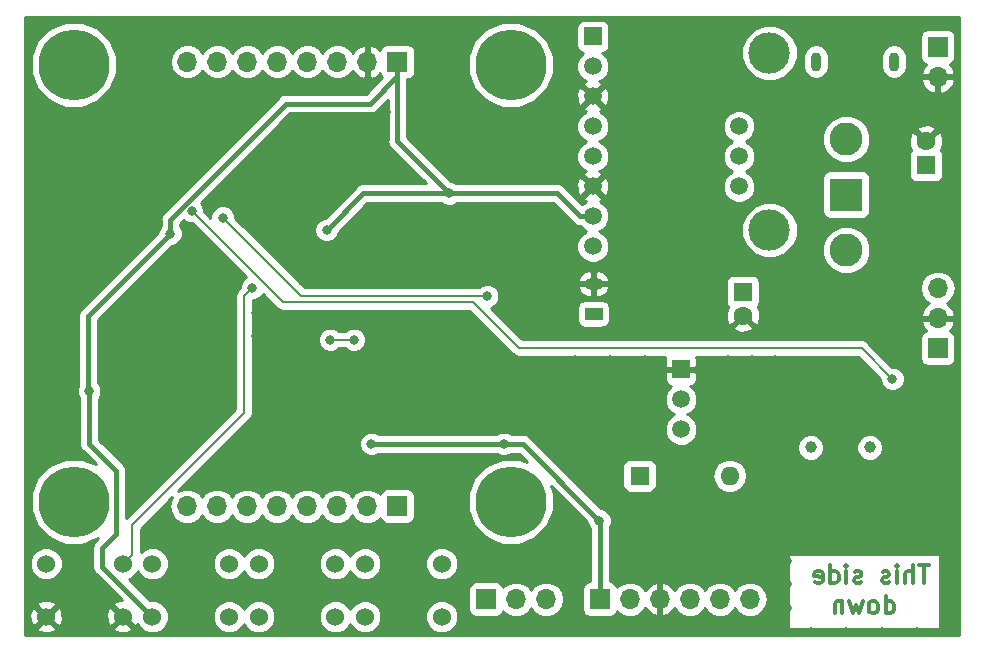
<source format=gbr>
G04 #@! TF.GenerationSoftware,KiCad,Pcbnew,(5.0.2)-1*
G04 #@! TF.CreationDate,2019-02-15T20:24:45+01:00*
G04 #@! TF.ProjectId,PCB_Simon_mount_rev2,5043425f-5369-46d6-9f6e-5f6d6f756e74,rev?*
G04 #@! TF.SameCoordinates,Original*
G04 #@! TF.FileFunction,Copper,L2,Bot*
G04 #@! TF.FilePolarity,Positive*
%FSLAX46Y46*%
G04 Gerber Fmt 4.6, Leading zero omitted, Abs format (unit mm)*
G04 Created by KiCad (PCBNEW (5.0.2)-1) date 2019-02-15 20:24:45*
%MOMM*%
%LPD*%
G01*
G04 APERTURE LIST*
G04 #@! TA.AperFunction,NonConductor*
%ADD10C,0.300000*%
G04 #@! TD*
G04 #@! TA.AperFunction,ComponentPad*
%ADD11C,2.800000*%
G04 #@! TD*
G04 #@! TA.AperFunction,ComponentPad*
%ADD12R,2.800000X2.800000*%
G04 #@! TD*
G04 #@! TA.AperFunction,ComponentPad*
%ADD13O,0.900000X1.600000*%
G04 #@! TD*
G04 #@! TA.AperFunction,ComponentPad*
%ADD14O,1.700000X1.700000*%
G04 #@! TD*
G04 #@! TA.AperFunction,ComponentPad*
%ADD15R,1.700000X1.700000*%
G04 #@! TD*
G04 #@! TA.AperFunction,ComponentPad*
%ADD16C,6.000000*%
G04 #@! TD*
G04 #@! TA.AperFunction,ComponentPad*
%ADD17C,1.600000*%
G04 #@! TD*
G04 #@! TA.AperFunction,ComponentPad*
%ADD18R,1.600000X1.600000*%
G04 #@! TD*
G04 #@! TA.AperFunction,ComponentPad*
%ADD19O,1.600000X1.600000*%
G04 #@! TD*
G04 #@! TA.AperFunction,ComponentPad*
%ADD20C,1.500000*%
G04 #@! TD*
G04 #@! TA.AperFunction,ComponentPad*
%ADD21R,1.500000X1.500000*%
G04 #@! TD*
G04 #@! TA.AperFunction,ComponentPad*
%ADD22R,1.500000X1.050000*%
G04 #@! TD*
G04 #@! TA.AperFunction,ComponentPad*
%ADD23O,1.500000X1.050000*%
G04 #@! TD*
G04 #@! TA.AperFunction,ComponentPad*
%ADD24C,3.500000*%
G04 #@! TD*
G04 #@! TA.AperFunction,ComponentPad*
%ADD25C,1.000000*%
G04 #@! TD*
G04 #@! TA.AperFunction,ComponentPad*
%ADD26C,1.524000*%
G04 #@! TD*
G04 #@! TA.AperFunction,ViaPad*
%ADD27C,0.800000*%
G04 #@! TD*
G04 #@! TA.AperFunction,Conductor*
%ADD28C,0.400000*%
G04 #@! TD*
G04 #@! TA.AperFunction,Conductor*
%ADD29C,0.200000*%
G04 #@! TD*
G04 #@! TA.AperFunction,Conductor*
%ADD30C,0.254000*%
G04 #@! TD*
G04 APERTURE END LIST*
D10*
X91000000Y-60403571D02*
X90142857Y-60403571D01*
X90571428Y-61903571D02*
X90571428Y-60403571D01*
X89642857Y-61903571D02*
X89642857Y-60403571D01*
X89000000Y-61903571D02*
X89000000Y-61117857D01*
X89071428Y-60975000D01*
X89214285Y-60903571D01*
X89428571Y-60903571D01*
X89571428Y-60975000D01*
X89642857Y-61046428D01*
X88285714Y-61903571D02*
X88285714Y-60903571D01*
X88285714Y-60403571D02*
X88357142Y-60475000D01*
X88285714Y-60546428D01*
X88214285Y-60475000D01*
X88285714Y-60403571D01*
X88285714Y-60546428D01*
X87642857Y-61832142D02*
X87500000Y-61903571D01*
X87214285Y-61903571D01*
X87071428Y-61832142D01*
X87000000Y-61689285D01*
X87000000Y-61617857D01*
X87071428Y-61475000D01*
X87214285Y-61403571D01*
X87428571Y-61403571D01*
X87571428Y-61332142D01*
X87642857Y-61189285D01*
X87642857Y-61117857D01*
X87571428Y-60975000D01*
X87428571Y-60903571D01*
X87214285Y-60903571D01*
X87071428Y-60975000D01*
X85285714Y-61832142D02*
X85142857Y-61903571D01*
X84857142Y-61903571D01*
X84714285Y-61832142D01*
X84642857Y-61689285D01*
X84642857Y-61617857D01*
X84714285Y-61475000D01*
X84857142Y-61403571D01*
X85071428Y-61403571D01*
X85214285Y-61332142D01*
X85285714Y-61189285D01*
X85285714Y-61117857D01*
X85214285Y-60975000D01*
X85071428Y-60903571D01*
X84857142Y-60903571D01*
X84714285Y-60975000D01*
X84000000Y-61903571D02*
X84000000Y-60903571D01*
X84000000Y-60403571D02*
X84071428Y-60475000D01*
X84000000Y-60546428D01*
X83928571Y-60475000D01*
X84000000Y-60403571D01*
X84000000Y-60546428D01*
X82642857Y-61903571D02*
X82642857Y-60403571D01*
X82642857Y-61832142D02*
X82785714Y-61903571D01*
X83071428Y-61903571D01*
X83214285Y-61832142D01*
X83285714Y-61760714D01*
X83357142Y-61617857D01*
X83357142Y-61189285D01*
X83285714Y-61046428D01*
X83214285Y-60975000D01*
X83071428Y-60903571D01*
X82785714Y-60903571D01*
X82642857Y-60975000D01*
X81357142Y-61832142D02*
X81500000Y-61903571D01*
X81785714Y-61903571D01*
X81928571Y-61832142D01*
X82000000Y-61689285D01*
X82000000Y-61117857D01*
X81928571Y-60975000D01*
X81785714Y-60903571D01*
X81500000Y-60903571D01*
X81357142Y-60975000D01*
X81285714Y-61117857D01*
X81285714Y-61260714D01*
X82000000Y-61403571D01*
X87321428Y-64453571D02*
X87321428Y-62953571D01*
X87321428Y-64382142D02*
X87464285Y-64453571D01*
X87750000Y-64453571D01*
X87892857Y-64382142D01*
X87964285Y-64310714D01*
X88035714Y-64167857D01*
X88035714Y-63739285D01*
X87964285Y-63596428D01*
X87892857Y-63525000D01*
X87750000Y-63453571D01*
X87464285Y-63453571D01*
X87321428Y-63525000D01*
X86392857Y-64453571D02*
X86535714Y-64382142D01*
X86607142Y-64310714D01*
X86678571Y-64167857D01*
X86678571Y-63739285D01*
X86607142Y-63596428D01*
X86535714Y-63525000D01*
X86392857Y-63453571D01*
X86178571Y-63453571D01*
X86035714Y-63525000D01*
X85964285Y-63596428D01*
X85892857Y-63739285D01*
X85892857Y-64167857D01*
X85964285Y-64310714D01*
X86035714Y-64382142D01*
X86178571Y-64453571D01*
X86392857Y-64453571D01*
X85392857Y-63453571D02*
X85107142Y-64453571D01*
X84821428Y-63739285D01*
X84535714Y-64453571D01*
X84250000Y-63453571D01*
X83678571Y-63453571D02*
X83678571Y-64453571D01*
X83678571Y-63596428D02*
X83607142Y-63525000D01*
X83464285Y-63453571D01*
X83250000Y-63453571D01*
X83107142Y-63525000D01*
X83035714Y-63667857D01*
X83035714Y-64453571D01*
D11*
G04 #@! TO.P,SW1,1*
G04 #@! TO.N,+BATT*
X84000000Y-33700000D03*
D12*
G04 #@! TO.P,SW1,2*
G04 #@! TO.N,+VIN*
X84000000Y-29000000D03*
D11*
G04 #@! TO.P,SW1,3*
G04 #@! TO.N,+5V*
X84000000Y-24300000D03*
G04 #@! TD*
D13*
G04 #@! TO.P,J1,*
G04 #@! TO.N,*
X81450000Y-17750000D03*
X88050000Y-17750000D03*
G04 #@! TD*
D14*
G04 #@! TO.P,U6,8*
G04 #@! TO.N,/Display/LED*
X28220000Y-17750000D03*
G04 #@! TO.P,U6,7*
G04 #@! TO.N,/SPI1_SCK*
X30760000Y-17750000D03*
G04 #@! TO.P,U6,6*
G04 #@! TO.N,/SPI1_MOSI*
X33300000Y-17750000D03*
G04 #@! TO.P,U6,5*
G04 #@! TO.N,/LCD_DC*
X35840000Y-17750000D03*
G04 #@! TO.P,U6,4*
G04 #@! TO.N,/LCD_RST*
X38380000Y-17750000D03*
G04 #@! TO.P,U6,3*
G04 #@! TO.N,/LCD_SCE*
X40920000Y-17750000D03*
G04 #@! TO.P,U6,2*
G04 #@! TO.N,GND*
X43460000Y-17750000D03*
D15*
G04 #@! TO.P,U6,1*
G04 #@! TO.N,+3V3*
X46000000Y-17750000D03*
D14*
G04 #@! TO.P,U6,*
G04 #@! TO.N,*
X40893190Y-55375125D03*
X35813190Y-55375125D03*
X38353190Y-55375125D03*
X30733190Y-55375125D03*
X33273190Y-55375125D03*
X28193190Y-55375125D03*
X43433190Y-55375125D03*
D15*
X45973190Y-55375125D03*
D16*
X55600000Y-18000000D03*
X18600000Y-18000000D03*
X18600000Y-55000000D03*
X55600000Y-55000000D03*
G04 #@! TD*
D15*
G04 #@! TO.P,BT1,1*
G04 #@! TO.N,+BATT*
X91750000Y-16500000D03*
D14*
G04 #@! TO.P,BT1,2*
G04 #@! TO.N,GND*
X91750000Y-19040000D03*
G04 #@! TD*
D17*
G04 #@! TO.P,C1,2*
G04 #@! TO.N,GND*
X90750000Y-24500000D03*
D18*
G04 #@! TO.P,C1,1*
G04 #@! TO.N,+VIN*
X90750000Y-26500000D03*
G04 #@! TD*
G04 #@! TO.P,C4,1*
G04 #@! TO.N,+3V3*
X75250000Y-37250000D03*
D17*
G04 #@! TO.P,C4,2*
G04 #@! TO.N,GND*
X75250000Y-39250000D03*
G04 #@! TD*
D18*
G04 #@! TO.P,D1,1*
G04 #@! TO.N,Net-(D1-Pad1)*
X66500000Y-52800000D03*
D19*
G04 #@! TO.P,D1,2*
G04 #@! TO.N,Net-(D1-Pad2)*
X74120000Y-52800000D03*
G04 #@! TD*
D15*
G04 #@! TO.P,J2,1*
G04 #@! TO.N,+3V3*
X63130000Y-63250000D03*
D14*
G04 #@! TO.P,J2,2*
G04 #@! TO.N,/SWCLK*
X65670000Y-63250000D03*
G04 #@! TO.P,J2,3*
G04 #@! TO.N,GND*
X68210000Y-63250000D03*
G04 #@! TO.P,J2,4*
G04 #@! TO.N,/SWDIO*
X70750000Y-63250000D03*
G04 #@! TO.P,J2,5*
G04 #@! TO.N,/NRST*
X73290000Y-63250000D03*
G04 #@! TO.P,J2,6*
G04 #@! TO.N,/SWO*
X75830000Y-63250000D03*
G04 #@! TD*
G04 #@! TO.P,J3,3*
G04 #@! TO.N,/USART1_RX*
X58580000Y-63250000D03*
G04 #@! TO.P,J3,2*
G04 #@! TO.N,/USART1_TX*
X56040000Y-63250000D03*
D15*
G04 #@! TO.P,J3,1*
G04 #@! TO.N,/USART1_CK*
X53500000Y-63250000D03*
G04 #@! TD*
D20*
G04 #@! TO.P,Q1,2*
G04 #@! TO.N,Net-(Q1-Pad2)*
X70000000Y-46340000D03*
G04 #@! TO.P,Q1,3*
G04 #@! TO.N,Net-(D1-Pad2)*
X70000000Y-48880000D03*
D21*
G04 #@! TO.P,Q1,1*
G04 #@! TO.N,GND*
X70000000Y-43800000D03*
G04 #@! TD*
D22*
G04 #@! TO.P,TH1,1*
G04 #@! TO.N,Net-(R7-Pad2)*
X62600000Y-39100000D03*
D23*
G04 #@! TO.P,TH1,2*
G04 #@! TO.N,GND*
X62600000Y-36560000D03*
G04 #@! TD*
D24*
G04 #@! TO.P,U3,*
G04 #@! TO.N,*
X77500000Y-17000000D03*
X77500000Y-32000000D03*
D21*
G04 #@! TO.P,U3,1*
G04 #@! TO.N,+3V3*
X62540000Y-15610000D03*
D20*
G04 #@! TO.P,U3,2*
G04 #@! TO.N,Net-(U3-Pad2)*
X62540000Y-18150000D03*
G04 #@! TO.P,U3,3*
G04 #@! TO.N,GND*
X62540000Y-20690000D03*
G04 #@! TO.P,U3,4*
G04 #@! TO.N,/I2C1_SCL*
X62540000Y-23230000D03*
G04 #@! TO.P,U3,5*
G04 #@! TO.N,/I2C1_SDA*
X62540000Y-25770000D03*
G04 #@! TO.P,U3,6*
G04 #@! TO.N,GND*
X62540000Y-28310000D03*
G04 #@! TO.P,U3,7*
G04 #@! TO.N,+3V3*
X62540000Y-30850000D03*
G04 #@! TO.P,U3,8*
G04 #@! TO.N,/CS_INT*
X62540000Y-33390000D03*
G04 #@! TO.P,U3,9*
G04 #@! TO.N,N/C*
X74920000Y-23230000D03*
G04 #@! TO.P,U3,10*
X74910000Y-25770000D03*
G04 #@! TO.P,U3,11*
X74920000Y-28310000D03*
G04 #@! TD*
D15*
G04 #@! TO.P,U4,1*
G04 #@! TO.N,Net-(R18-Pad1)*
X91750000Y-42000000D03*
D14*
G04 #@! TO.P,U4,2*
G04 #@! TO.N,GND*
X91750000Y-39460000D03*
G04 #@! TO.P,U4,3*
G04 #@! TO.N,+3V3*
X91750000Y-36920000D03*
G04 #@! TD*
D25*
G04 #@! TO.P,U7,1*
G04 #@! TO.N,+3V3*
X86000000Y-50400000D03*
G04 #@! TO.P,U7,2*
G04 #@! TO.N,Net-(D1-Pad2)*
X81000000Y-50400000D03*
G04 #@! TD*
D26*
G04 #@! TO.P,U8,1*
G04 #@! TO.N,GND*
X22750000Y-64750000D03*
G04 #@! TO.P,U8,2*
X16250000Y-64750000D03*
G04 #@! TO.P,U8,3*
G04 #@! TO.N,/NRST*
X22750000Y-60250000D03*
G04 #@! TO.P,U8,4*
X16250000Y-60250000D03*
G04 #@! TD*
G04 #@! TO.P,U9,4*
G04 #@! TO.N,/TIM_START*
X43250000Y-60250000D03*
G04 #@! TO.P,U9,3*
X49750000Y-60250000D03*
G04 #@! TO.P,U9,2*
G04 #@! TO.N,+3V3*
X43250000Y-64750000D03*
G04 #@! TO.P,U9,1*
X49750000Y-64750000D03*
G04 #@! TD*
G04 #@! TO.P,U10,1*
G04 #@! TO.N,+3V3*
X40750000Y-64750000D03*
G04 #@! TO.P,U10,2*
X34250000Y-64750000D03*
G04 #@! TO.P,U10,3*
G04 #@! TO.N,/TIM_INC*
X40750000Y-60250000D03*
G04 #@! TO.P,U10,4*
X34250000Y-60250000D03*
G04 #@! TD*
G04 #@! TO.P,U11,4*
G04 #@! TO.N,/TIM_RES*
X25250000Y-60250000D03*
G04 #@! TO.P,U11,3*
X31750000Y-60250000D03*
G04 #@! TO.P,U11,2*
G04 #@! TO.N,+3V3*
X25250000Y-64750000D03*
G04 #@! TO.P,U11,1*
X31750000Y-64750000D03*
G04 #@! TD*
D27*
G04 #@! TO.N,GND*
X30000000Y-35000000D03*
X30000000Y-37000000D03*
X32000000Y-37000000D03*
X34000000Y-39000000D03*
X34000000Y-41000000D03*
X36000000Y-41000000D03*
X32000000Y-41000000D03*
X43000000Y-48000000D03*
X40000000Y-49000000D03*
X19000000Y-51000000D03*
X17000000Y-51000000D03*
X16000000Y-35000000D03*
X16000000Y-32000000D03*
X16000000Y-29000000D03*
X16000000Y-26000000D03*
X16000000Y-23000000D03*
X18000000Y-23000000D03*
X18000000Y-26000000D03*
X18000000Y-29000000D03*
X18000000Y-32000000D03*
X18000000Y-35000000D03*
X16000000Y-38000000D03*
X16000000Y-41000000D03*
X16000000Y-44000000D03*
X18000000Y-44000000D03*
X18000000Y-41000000D03*
X18000000Y-38000000D03*
X22000000Y-32000000D03*
X24000000Y-23000000D03*
X24000000Y-26000000D03*
X45000000Y-22000000D03*
X45000000Y-26000000D03*
X35000000Y-28000000D03*
X37000000Y-35000000D03*
X48000000Y-22000000D03*
X51000000Y-27000000D03*
X54000000Y-27000000D03*
X57000000Y-27000000D03*
X54000000Y-25000000D03*
X52000000Y-53000000D03*
X44000000Y-40000000D03*
X46000000Y-40000000D03*
X44000000Y-42000000D03*
X46000000Y-42000000D03*
X44000000Y-44000000D03*
X46000000Y-44000000D03*
X49000000Y-40000000D03*
X49000000Y-42000000D03*
X49000000Y-44000000D03*
X61000000Y-43000000D03*
X64000000Y-43000000D03*
X67000000Y-43000000D03*
X61000000Y-50000000D03*
X64000000Y-50000000D03*
X67000000Y-50000000D03*
X57000000Y-59000000D03*
X60000000Y-57000000D03*
X61000000Y-62000000D03*
X65000000Y-61000000D03*
X67000000Y-61000000D03*
X48000000Y-59000000D03*
X51000000Y-62000000D03*
X70000000Y-58000000D03*
X73000000Y-58000000D03*
X70000000Y-60000000D03*
X73000000Y-60000000D03*
X76000000Y-58000000D03*
X76000000Y-60000000D03*
X79000000Y-60000000D03*
X79000000Y-58000000D03*
X82000000Y-58000000D03*
X85000000Y-58000000D03*
X88000000Y-58000000D03*
X91000000Y-58000000D03*
X93000000Y-60000000D03*
X93000000Y-63000000D03*
X93000000Y-66000000D03*
X90000000Y-66000000D03*
X87000000Y-66000000D03*
X84000000Y-66000000D03*
X81000000Y-66000000D03*
X79000000Y-62000000D03*
X79000000Y-64000000D03*
X91000000Y-55000000D03*
X91000000Y-52000000D03*
X91000000Y-49000000D03*
X74000000Y-43000000D03*
X74000000Y-45000000D03*
X74000000Y-47000000D03*
X74000000Y-49000000D03*
X76000000Y-49000000D03*
X76000000Y-47000000D03*
X76000000Y-45000000D03*
X76000000Y-43000000D03*
X66000000Y-37000000D03*
X66000000Y-39000000D03*
X68000000Y-39000000D03*
X66000000Y-41000000D03*
X68000000Y-41000000D03*
X93000000Y-22000000D03*
X81000000Y-23000000D03*
X81000000Y-26000000D03*
X70000000Y-16000000D03*
X73000000Y-16000000D03*
X73000000Y-19000000D03*
X70000000Y-19000000D03*
X70000000Y-22000000D03*
X73000000Y-22000000D03*
X73000000Y-25000000D03*
X70000000Y-25000000D03*
X70000000Y-28000000D03*
X73000000Y-28000000D03*
X73000000Y-31000000D03*
X70000000Y-31000000D03*
X66000000Y-22000000D03*
X66000000Y-25000000D03*
X66000000Y-28000000D03*
X66000000Y-31000000D03*
X77000000Y-22000000D03*
X77000000Y-25000000D03*
X77000000Y-28000000D03*
X88000000Y-29000000D03*
X89000000Y-35000000D03*
X83000000Y-38000000D03*
X78000000Y-43000000D03*
X78000000Y-45000000D03*
X78000000Y-47000000D03*
X78000000Y-49000000D03*
X35000000Y-25000000D03*
X30000000Y-39000000D03*
X36000000Y-39000000D03*
X29000000Y-63000000D03*
X38000000Y-63000000D03*
X47000000Y-63000000D03*
X18000000Y-63000000D03*
X25300000Y-43200000D03*
X23300000Y-44600000D03*
X56000000Y-39000000D03*
X56000000Y-37000000D03*
X56000000Y-35000000D03*
X26050000Y-45550000D03*
X24950000Y-50950000D03*
X30350000Y-48100000D03*
X36000000Y-52000000D03*
X37750000Y-52000000D03*
X32000000Y-39000000D03*
X83500000Y-50400000D03*
X67000000Y-55000000D03*
X70000000Y-55000000D03*
X73000000Y-55000000D03*
X76000000Y-55000000D03*
X79000000Y-55000000D03*
X31500000Y-45500000D03*
X49000000Y-34500000D03*
X87500000Y-22000000D03*
X19500000Y-59000000D03*
G04 #@! TO.N,+3V3*
X50400000Y-28900000D03*
X63100000Y-56600000D03*
X43800000Y-50100000D03*
X55000000Y-50100000D03*
X26775000Y-32300000D03*
X19900000Y-45650000D03*
X40000000Y-32000000D03*
G04 #@! TO.N,/NRST*
X33700000Y-36900000D03*
G04 #@! TO.N,/TEMPOUT*
X53600000Y-37600000D03*
X31200000Y-30950000D03*
G04 #@! TO.N,/PIEZOPWM*
X42300000Y-41300000D03*
X40300000Y-41300000D03*
G04 #@! TO.N,/PULSESIG*
X28590380Y-30409620D03*
X87900000Y-44600000D03*
G04 #@! TD*
D28*
G04 #@! TO.N,+3V3*
X61479340Y-30850000D02*
X59529340Y-28900000D01*
X62540000Y-30850000D02*
X61479340Y-30850000D01*
X59529340Y-28900000D02*
X50400000Y-28900000D01*
X46000000Y-24500000D02*
X50400000Y-28900000D01*
X46000000Y-17750000D02*
X46000000Y-24500000D01*
X63130000Y-63250000D02*
X63130000Y-56630000D01*
X63130000Y-56630000D02*
X63100000Y-56600000D01*
X56600000Y-50100000D02*
X63100000Y-56600000D01*
X43800000Y-50100000D02*
X55000000Y-50100000D01*
X55000000Y-50100000D02*
X56600000Y-50100000D01*
X26775000Y-31114998D02*
X36589998Y-21300000D01*
X26775000Y-32300000D02*
X26775000Y-31114998D01*
X46000000Y-19000000D02*
X46000000Y-17750000D01*
X43700000Y-21300000D02*
X46000000Y-19000000D01*
X36589998Y-21300000D02*
X43700000Y-21300000D01*
X26775000Y-32300000D02*
X19800000Y-39275000D01*
X19800000Y-39275000D02*
X19800000Y-45550000D01*
X19800000Y-45550000D02*
X19900000Y-45650000D01*
X25250000Y-64750000D02*
X21000000Y-60500000D01*
X21000000Y-60500000D02*
X21000000Y-58900000D01*
X21000000Y-58900000D02*
X22200000Y-57700000D01*
X22200000Y-57700000D02*
X22200000Y-52400000D01*
X19900000Y-50100000D02*
X19900000Y-45650000D01*
X22200000Y-52400000D02*
X19900000Y-50100000D01*
X50400000Y-28900000D02*
X43100000Y-28900000D01*
X43100000Y-28900000D02*
X40000000Y-32000000D01*
D29*
G04 #@! TO.N,/NRST*
X33000000Y-37600000D02*
X33700000Y-36900000D01*
X33000000Y-47500000D02*
X33000000Y-37600000D01*
X23511999Y-56988001D02*
X33000000Y-47500000D01*
X22750000Y-60250000D02*
X23511999Y-59488001D01*
X23511999Y-59488001D02*
X23511999Y-56988001D01*
G04 #@! TO.N,/TEMPOUT*
X53600000Y-37600000D02*
X53034315Y-37600000D01*
X53034315Y-37600000D02*
X37850000Y-37600000D01*
X37850000Y-37600000D02*
X31200000Y-30950000D01*
G04 #@! TO.N,/PIEZOPWM*
X42300000Y-41300000D02*
X40300000Y-41300000D01*
G04 #@! TO.N,/PULSESIG*
X56300000Y-42000000D02*
X52400000Y-38100000D01*
X52400000Y-38100000D02*
X36280760Y-38100000D01*
X36280760Y-38100000D02*
X28590380Y-30409620D01*
X56300000Y-42000000D02*
X85300000Y-42000000D01*
X85300000Y-42000000D02*
X87900000Y-44600000D01*
G04 #@! TD*
D30*
G04 #@! TO.N,GND*
G36*
X93540001Y-66290000D02*
X14460000Y-66290000D01*
X14460000Y-65730213D01*
X15449392Y-65730213D01*
X15518857Y-65972397D01*
X16042302Y-66159144D01*
X16597368Y-66131362D01*
X16981143Y-65972397D01*
X17050608Y-65730213D01*
X21949392Y-65730213D01*
X22018857Y-65972397D01*
X22542302Y-66159144D01*
X23097368Y-66131362D01*
X23481143Y-65972397D01*
X23550608Y-65730213D01*
X22750000Y-64929605D01*
X21949392Y-65730213D01*
X17050608Y-65730213D01*
X16250000Y-64929605D01*
X15449392Y-65730213D01*
X14460000Y-65730213D01*
X14460000Y-64542302D01*
X14840856Y-64542302D01*
X14868638Y-65097368D01*
X15027603Y-65481143D01*
X15269787Y-65550608D01*
X16070395Y-64750000D01*
X16429605Y-64750000D01*
X17230213Y-65550608D01*
X17472397Y-65481143D01*
X17659144Y-64957698D01*
X17638353Y-64542302D01*
X21340856Y-64542302D01*
X21368638Y-65097368D01*
X21527603Y-65481143D01*
X21769787Y-65550608D01*
X22570395Y-64750000D01*
X21769787Y-63949392D01*
X21527603Y-64018857D01*
X21340856Y-64542302D01*
X17638353Y-64542302D01*
X17631362Y-64402632D01*
X17472397Y-64018857D01*
X17230213Y-63949392D01*
X16429605Y-64750000D01*
X16070395Y-64750000D01*
X15269787Y-63949392D01*
X15027603Y-64018857D01*
X14840856Y-64542302D01*
X14460000Y-64542302D01*
X14460000Y-63769787D01*
X15449392Y-63769787D01*
X16250000Y-64570395D01*
X17050608Y-63769787D01*
X16981143Y-63527603D01*
X16457698Y-63340856D01*
X15902632Y-63368638D01*
X15518857Y-63527603D01*
X15449392Y-63769787D01*
X14460000Y-63769787D01*
X14460000Y-59972119D01*
X14853000Y-59972119D01*
X14853000Y-60527881D01*
X15065680Y-61041337D01*
X15458663Y-61434320D01*
X15972119Y-61647000D01*
X16527881Y-61647000D01*
X17041337Y-61434320D01*
X17434320Y-61041337D01*
X17647000Y-60527881D01*
X17647000Y-59972119D01*
X17434320Y-59458663D01*
X17041337Y-59065680D01*
X16527881Y-58853000D01*
X15972119Y-58853000D01*
X15458663Y-59065680D01*
X15065680Y-59458663D01*
X14853000Y-59972119D01*
X14460000Y-59972119D01*
X14460000Y-54276954D01*
X14965000Y-54276954D01*
X14965000Y-55723046D01*
X15518396Y-57059062D01*
X16540938Y-58081604D01*
X17876954Y-58635000D01*
X19323046Y-58635000D01*
X20622302Y-58096830D01*
X20467718Y-58251415D01*
X20398000Y-58297999D01*
X20351416Y-58367717D01*
X20213448Y-58574200D01*
X20148643Y-58900000D01*
X20165001Y-58982238D01*
X20165000Y-60417767D01*
X20148643Y-60500000D01*
X20165000Y-60582233D01*
X20165000Y-60582236D01*
X20213448Y-60825800D01*
X20397999Y-61102001D01*
X20467720Y-61148587D01*
X22674179Y-63355047D01*
X22402632Y-63368638D01*
X22018857Y-63527603D01*
X21949392Y-63769787D01*
X22750000Y-64570395D01*
X22764143Y-64556253D01*
X22943748Y-64735858D01*
X22929605Y-64750000D01*
X23730213Y-65550608D01*
X23972397Y-65481143D01*
X24004025Y-65392490D01*
X24065680Y-65541337D01*
X24458663Y-65934320D01*
X24972119Y-66147000D01*
X25527881Y-66147000D01*
X26041337Y-65934320D01*
X26434320Y-65541337D01*
X26647000Y-65027881D01*
X26647000Y-64472119D01*
X30353000Y-64472119D01*
X30353000Y-65027881D01*
X30565680Y-65541337D01*
X30958663Y-65934320D01*
X31472119Y-66147000D01*
X32027881Y-66147000D01*
X32541337Y-65934320D01*
X32934320Y-65541337D01*
X33000000Y-65382771D01*
X33065680Y-65541337D01*
X33458663Y-65934320D01*
X33972119Y-66147000D01*
X34527881Y-66147000D01*
X35041337Y-65934320D01*
X35434320Y-65541337D01*
X35647000Y-65027881D01*
X35647000Y-64472119D01*
X39353000Y-64472119D01*
X39353000Y-65027881D01*
X39565680Y-65541337D01*
X39958663Y-65934320D01*
X40472119Y-66147000D01*
X41027881Y-66147000D01*
X41541337Y-65934320D01*
X41934320Y-65541337D01*
X42000000Y-65382771D01*
X42065680Y-65541337D01*
X42458663Y-65934320D01*
X42972119Y-66147000D01*
X43527881Y-66147000D01*
X44041337Y-65934320D01*
X44434320Y-65541337D01*
X44647000Y-65027881D01*
X44647000Y-64472119D01*
X48353000Y-64472119D01*
X48353000Y-65027881D01*
X48565680Y-65541337D01*
X48958663Y-65934320D01*
X49472119Y-66147000D01*
X50027881Y-66147000D01*
X50541337Y-65934320D01*
X50934320Y-65541337D01*
X51147000Y-65027881D01*
X51147000Y-64472119D01*
X50934320Y-63958663D01*
X50541337Y-63565680D01*
X50027881Y-63353000D01*
X49472119Y-63353000D01*
X48958663Y-63565680D01*
X48565680Y-63958663D01*
X48353000Y-64472119D01*
X44647000Y-64472119D01*
X44434320Y-63958663D01*
X44041337Y-63565680D01*
X43527881Y-63353000D01*
X42972119Y-63353000D01*
X42458663Y-63565680D01*
X42065680Y-63958663D01*
X42000000Y-64117229D01*
X41934320Y-63958663D01*
X41541337Y-63565680D01*
X41027881Y-63353000D01*
X40472119Y-63353000D01*
X39958663Y-63565680D01*
X39565680Y-63958663D01*
X39353000Y-64472119D01*
X35647000Y-64472119D01*
X35434320Y-63958663D01*
X35041337Y-63565680D01*
X34527881Y-63353000D01*
X33972119Y-63353000D01*
X33458663Y-63565680D01*
X33065680Y-63958663D01*
X33000000Y-64117229D01*
X32934320Y-63958663D01*
X32541337Y-63565680D01*
X32027881Y-63353000D01*
X31472119Y-63353000D01*
X30958663Y-63565680D01*
X30565680Y-63958663D01*
X30353000Y-64472119D01*
X26647000Y-64472119D01*
X26434320Y-63958663D01*
X26041337Y-63565680D01*
X25527881Y-63353000D01*
X25033868Y-63353000D01*
X24080868Y-62400000D01*
X52002560Y-62400000D01*
X52002560Y-64100000D01*
X52051843Y-64347765D01*
X52192191Y-64557809D01*
X52402235Y-64698157D01*
X52650000Y-64747440D01*
X54350000Y-64747440D01*
X54597765Y-64698157D01*
X54807809Y-64557809D01*
X54948157Y-64347765D01*
X54957184Y-64302381D01*
X54969375Y-64320625D01*
X55460582Y-64648839D01*
X55893744Y-64735000D01*
X56186256Y-64735000D01*
X56619418Y-64648839D01*
X57110625Y-64320625D01*
X57310000Y-64022239D01*
X57509375Y-64320625D01*
X58000582Y-64648839D01*
X58433744Y-64735000D01*
X58726256Y-64735000D01*
X59159418Y-64648839D01*
X59650625Y-64320625D01*
X59978839Y-63829418D01*
X60094092Y-63250000D01*
X59978839Y-62670582D01*
X59650625Y-62179375D01*
X59159418Y-61851161D01*
X58726256Y-61765000D01*
X58433744Y-61765000D01*
X58000582Y-61851161D01*
X57509375Y-62179375D01*
X57310000Y-62477761D01*
X57110625Y-62179375D01*
X56619418Y-61851161D01*
X56186256Y-61765000D01*
X55893744Y-61765000D01*
X55460582Y-61851161D01*
X54969375Y-62179375D01*
X54957184Y-62197619D01*
X54948157Y-62152235D01*
X54807809Y-61942191D01*
X54597765Y-61801843D01*
X54350000Y-61752560D01*
X52650000Y-61752560D01*
X52402235Y-61801843D01*
X52192191Y-61942191D01*
X52051843Y-62152235D01*
X52002560Y-62400000D01*
X24080868Y-62400000D01*
X23240004Y-61559136D01*
X23541337Y-61434320D01*
X23934320Y-61041337D01*
X24000000Y-60882771D01*
X24065680Y-61041337D01*
X24458663Y-61434320D01*
X24972119Y-61647000D01*
X25527881Y-61647000D01*
X26041337Y-61434320D01*
X26434320Y-61041337D01*
X26647000Y-60527881D01*
X26647000Y-59972119D01*
X30353000Y-59972119D01*
X30353000Y-60527881D01*
X30565680Y-61041337D01*
X30958663Y-61434320D01*
X31472119Y-61647000D01*
X32027881Y-61647000D01*
X32541337Y-61434320D01*
X32934320Y-61041337D01*
X33000000Y-60882771D01*
X33065680Y-61041337D01*
X33458663Y-61434320D01*
X33972119Y-61647000D01*
X34527881Y-61647000D01*
X35041337Y-61434320D01*
X35434320Y-61041337D01*
X35647000Y-60527881D01*
X35647000Y-59972119D01*
X39353000Y-59972119D01*
X39353000Y-60527881D01*
X39565680Y-61041337D01*
X39958663Y-61434320D01*
X40472119Y-61647000D01*
X41027881Y-61647000D01*
X41541337Y-61434320D01*
X41934320Y-61041337D01*
X42000000Y-60882771D01*
X42065680Y-61041337D01*
X42458663Y-61434320D01*
X42972119Y-61647000D01*
X43527881Y-61647000D01*
X44041337Y-61434320D01*
X44434320Y-61041337D01*
X44647000Y-60527881D01*
X44647000Y-59972119D01*
X48353000Y-59972119D01*
X48353000Y-60527881D01*
X48565680Y-61041337D01*
X48958663Y-61434320D01*
X49472119Y-61647000D01*
X50027881Y-61647000D01*
X50541337Y-61434320D01*
X50934320Y-61041337D01*
X51147000Y-60527881D01*
X51147000Y-59972119D01*
X50934320Y-59458663D01*
X50541337Y-59065680D01*
X50027881Y-58853000D01*
X49472119Y-58853000D01*
X48958663Y-59065680D01*
X48565680Y-59458663D01*
X48353000Y-59972119D01*
X44647000Y-59972119D01*
X44434320Y-59458663D01*
X44041337Y-59065680D01*
X43527881Y-58853000D01*
X42972119Y-58853000D01*
X42458663Y-59065680D01*
X42065680Y-59458663D01*
X42000000Y-59617229D01*
X41934320Y-59458663D01*
X41541337Y-59065680D01*
X41027881Y-58853000D01*
X40472119Y-58853000D01*
X39958663Y-59065680D01*
X39565680Y-59458663D01*
X39353000Y-59972119D01*
X35647000Y-59972119D01*
X35434320Y-59458663D01*
X35041337Y-59065680D01*
X34527881Y-58853000D01*
X33972119Y-58853000D01*
X33458663Y-59065680D01*
X33065680Y-59458663D01*
X33000000Y-59617229D01*
X32934320Y-59458663D01*
X32541337Y-59065680D01*
X32027881Y-58853000D01*
X31472119Y-58853000D01*
X30958663Y-59065680D01*
X30565680Y-59458663D01*
X30353000Y-59972119D01*
X26647000Y-59972119D01*
X26434320Y-59458663D01*
X26041337Y-59065680D01*
X25527881Y-58853000D01*
X24972119Y-58853000D01*
X24458663Y-59065680D01*
X24246999Y-59277344D01*
X24246999Y-57292447D01*
X26896266Y-54643180D01*
X26794351Y-54795707D01*
X26679098Y-55375125D01*
X26794351Y-55954543D01*
X27122565Y-56445750D01*
X27613772Y-56773964D01*
X28046934Y-56860125D01*
X28339446Y-56860125D01*
X28772608Y-56773964D01*
X29263815Y-56445750D01*
X29463190Y-56147364D01*
X29662565Y-56445750D01*
X30153772Y-56773964D01*
X30586934Y-56860125D01*
X30879446Y-56860125D01*
X31312608Y-56773964D01*
X31803815Y-56445750D01*
X32003190Y-56147364D01*
X32202565Y-56445750D01*
X32693772Y-56773964D01*
X33126934Y-56860125D01*
X33419446Y-56860125D01*
X33852608Y-56773964D01*
X34343815Y-56445750D01*
X34543190Y-56147364D01*
X34742565Y-56445750D01*
X35233772Y-56773964D01*
X35666934Y-56860125D01*
X35959446Y-56860125D01*
X36392608Y-56773964D01*
X36883815Y-56445750D01*
X37083190Y-56147364D01*
X37282565Y-56445750D01*
X37773772Y-56773964D01*
X38206934Y-56860125D01*
X38499446Y-56860125D01*
X38932608Y-56773964D01*
X39423815Y-56445750D01*
X39623190Y-56147364D01*
X39822565Y-56445750D01*
X40313772Y-56773964D01*
X40746934Y-56860125D01*
X41039446Y-56860125D01*
X41472608Y-56773964D01*
X41963815Y-56445750D01*
X42163190Y-56147364D01*
X42362565Y-56445750D01*
X42853772Y-56773964D01*
X43286934Y-56860125D01*
X43579446Y-56860125D01*
X44012608Y-56773964D01*
X44503815Y-56445750D01*
X44516006Y-56427506D01*
X44525033Y-56472890D01*
X44665381Y-56682934D01*
X44875425Y-56823282D01*
X45123190Y-56872565D01*
X46823190Y-56872565D01*
X47070955Y-56823282D01*
X47280999Y-56682934D01*
X47421347Y-56472890D01*
X47470630Y-56225125D01*
X47470630Y-54525125D01*
X47421347Y-54277360D01*
X47280999Y-54067316D01*
X47070955Y-53926968D01*
X46823190Y-53877685D01*
X45123190Y-53877685D01*
X44875425Y-53926968D01*
X44665381Y-54067316D01*
X44525033Y-54277360D01*
X44516006Y-54322744D01*
X44503815Y-54304500D01*
X44012608Y-53976286D01*
X43579446Y-53890125D01*
X43286934Y-53890125D01*
X42853772Y-53976286D01*
X42362565Y-54304500D01*
X42163190Y-54602886D01*
X41963815Y-54304500D01*
X41472608Y-53976286D01*
X41039446Y-53890125D01*
X40746934Y-53890125D01*
X40313772Y-53976286D01*
X39822565Y-54304500D01*
X39623190Y-54602886D01*
X39423815Y-54304500D01*
X38932608Y-53976286D01*
X38499446Y-53890125D01*
X38206934Y-53890125D01*
X37773772Y-53976286D01*
X37282565Y-54304500D01*
X37083190Y-54602886D01*
X36883815Y-54304500D01*
X36392608Y-53976286D01*
X35959446Y-53890125D01*
X35666934Y-53890125D01*
X35233772Y-53976286D01*
X34742565Y-54304500D01*
X34543190Y-54602886D01*
X34343815Y-54304500D01*
X33852608Y-53976286D01*
X33419446Y-53890125D01*
X33126934Y-53890125D01*
X32693772Y-53976286D01*
X32202565Y-54304500D01*
X32003190Y-54602886D01*
X31803815Y-54304500D01*
X31312608Y-53976286D01*
X30879446Y-53890125D01*
X30586934Y-53890125D01*
X30153772Y-53976286D01*
X29662565Y-54304500D01*
X29463190Y-54602886D01*
X29263815Y-54304500D01*
X28772608Y-53976286D01*
X28339446Y-53890125D01*
X28046934Y-53890125D01*
X27613772Y-53976286D01*
X27461245Y-54078201D01*
X31645320Y-49894126D01*
X42765000Y-49894126D01*
X42765000Y-50305874D01*
X42922569Y-50686280D01*
X43213720Y-50977431D01*
X43594126Y-51135000D01*
X44005874Y-51135000D01*
X44386280Y-50977431D01*
X44428711Y-50935000D01*
X54371289Y-50935000D01*
X54413720Y-50977431D01*
X54794126Y-51135000D01*
X55205874Y-51135000D01*
X55586280Y-50977431D01*
X55628711Y-50935000D01*
X56254133Y-50935000D01*
X56939460Y-51620327D01*
X56323046Y-51365000D01*
X54876954Y-51365000D01*
X53540938Y-51918396D01*
X52518396Y-52940938D01*
X51965000Y-54276954D01*
X51965000Y-55723046D01*
X52518396Y-57059062D01*
X53540938Y-58081604D01*
X54876954Y-58635000D01*
X56323046Y-58635000D01*
X57659062Y-58081604D01*
X58681604Y-57059062D01*
X59235000Y-55723046D01*
X59235000Y-54276954D01*
X58979673Y-53660541D01*
X62065000Y-56745868D01*
X62065000Y-56805874D01*
X62222569Y-57186280D01*
X62295001Y-57258712D01*
X62295000Y-61752560D01*
X62280000Y-61752560D01*
X62032235Y-61801843D01*
X61822191Y-61942191D01*
X61681843Y-62152235D01*
X61632560Y-62400000D01*
X61632560Y-64100000D01*
X61681843Y-64347765D01*
X61822191Y-64557809D01*
X62032235Y-64698157D01*
X62280000Y-64747440D01*
X63980000Y-64747440D01*
X64227765Y-64698157D01*
X64437809Y-64557809D01*
X64578157Y-64347765D01*
X64587184Y-64302381D01*
X64599375Y-64320625D01*
X65090582Y-64648839D01*
X65523744Y-64735000D01*
X65816256Y-64735000D01*
X66249418Y-64648839D01*
X66740625Y-64320625D01*
X66953843Y-64001522D01*
X67014817Y-64131358D01*
X67443076Y-64521645D01*
X67853110Y-64691476D01*
X68083000Y-64570155D01*
X68083000Y-63377000D01*
X68063000Y-63377000D01*
X68063000Y-63123000D01*
X68083000Y-63123000D01*
X68083000Y-61929845D01*
X68337000Y-61929845D01*
X68337000Y-63123000D01*
X68357000Y-63123000D01*
X68357000Y-63377000D01*
X68337000Y-63377000D01*
X68337000Y-64570155D01*
X68566890Y-64691476D01*
X68976924Y-64521645D01*
X69405183Y-64131358D01*
X69466157Y-64001522D01*
X69679375Y-64320625D01*
X70170582Y-64648839D01*
X70603744Y-64735000D01*
X70896256Y-64735000D01*
X71329418Y-64648839D01*
X71820625Y-64320625D01*
X72020000Y-64022239D01*
X72219375Y-64320625D01*
X72710582Y-64648839D01*
X73143744Y-64735000D01*
X73436256Y-64735000D01*
X73869418Y-64648839D01*
X74360625Y-64320625D01*
X74560000Y-64022239D01*
X74759375Y-64320625D01*
X75250582Y-64648839D01*
X75683744Y-64735000D01*
X75976256Y-64735000D01*
X76409418Y-64648839D01*
X76900625Y-64320625D01*
X77228839Y-63829418D01*
X77344092Y-63250000D01*
X77228839Y-62670582D01*
X76900625Y-62179375D01*
X76409418Y-61851161D01*
X75976256Y-61765000D01*
X75683744Y-61765000D01*
X75250582Y-61851161D01*
X74759375Y-62179375D01*
X74560000Y-62477761D01*
X74360625Y-62179375D01*
X73869418Y-61851161D01*
X73436256Y-61765000D01*
X73143744Y-61765000D01*
X72710582Y-61851161D01*
X72219375Y-62179375D01*
X72020000Y-62477761D01*
X71820625Y-62179375D01*
X71329418Y-61851161D01*
X70896256Y-61765000D01*
X70603744Y-61765000D01*
X70170582Y-61851161D01*
X69679375Y-62179375D01*
X69466157Y-62498478D01*
X69405183Y-62368642D01*
X68976924Y-61978355D01*
X68566890Y-61808524D01*
X68337000Y-61929845D01*
X68083000Y-61929845D01*
X67853110Y-61808524D01*
X67443076Y-61978355D01*
X67014817Y-62368642D01*
X66953843Y-62498478D01*
X66740625Y-62179375D01*
X66249418Y-61851161D01*
X65816256Y-61765000D01*
X65523744Y-61765000D01*
X65090582Y-61851161D01*
X64599375Y-62179375D01*
X64587184Y-62197619D01*
X64578157Y-62152235D01*
X64437809Y-61942191D01*
X64227765Y-61801843D01*
X63980000Y-61752560D01*
X63965000Y-61752560D01*
X63965000Y-59435000D01*
X79072143Y-59435000D01*
X79072143Y-65805000D01*
X91927857Y-65805000D01*
X91927857Y-59435000D01*
X79072143Y-59435000D01*
X63965000Y-59435000D01*
X63965000Y-57198711D01*
X63977431Y-57186280D01*
X64135000Y-56805874D01*
X64135000Y-56394126D01*
X63977431Y-56013720D01*
X63686280Y-55722569D01*
X63305874Y-55565000D01*
X63245868Y-55565000D01*
X59680868Y-52000000D01*
X65052560Y-52000000D01*
X65052560Y-53600000D01*
X65101843Y-53847765D01*
X65242191Y-54057809D01*
X65452235Y-54198157D01*
X65700000Y-54247440D01*
X67300000Y-54247440D01*
X67547765Y-54198157D01*
X67757809Y-54057809D01*
X67898157Y-53847765D01*
X67947440Y-53600000D01*
X67947440Y-52800000D01*
X72656887Y-52800000D01*
X72768260Y-53359909D01*
X73085423Y-53834577D01*
X73560091Y-54151740D01*
X73978667Y-54235000D01*
X74261333Y-54235000D01*
X74679909Y-54151740D01*
X75154577Y-53834577D01*
X75471740Y-53359909D01*
X75583113Y-52800000D01*
X75471740Y-52240091D01*
X75154577Y-51765423D01*
X74679909Y-51448260D01*
X74261333Y-51365000D01*
X73978667Y-51365000D01*
X73560091Y-51448260D01*
X73085423Y-51765423D01*
X72768260Y-52240091D01*
X72656887Y-52800000D01*
X67947440Y-52800000D01*
X67947440Y-52000000D01*
X67898157Y-51752235D01*
X67757809Y-51542191D01*
X67547765Y-51401843D01*
X67300000Y-51352560D01*
X65700000Y-51352560D01*
X65452235Y-51401843D01*
X65242191Y-51542191D01*
X65101843Y-51752235D01*
X65052560Y-52000000D01*
X59680868Y-52000000D01*
X57248587Y-49567720D01*
X57202001Y-49497999D01*
X56925801Y-49313448D01*
X56682237Y-49265000D01*
X56682233Y-49265000D01*
X56600000Y-49248643D01*
X56517767Y-49265000D01*
X55628711Y-49265000D01*
X55586280Y-49222569D01*
X55205874Y-49065000D01*
X54794126Y-49065000D01*
X54413720Y-49222569D01*
X54371289Y-49265000D01*
X44428711Y-49265000D01*
X44386280Y-49222569D01*
X44005874Y-49065000D01*
X43594126Y-49065000D01*
X43213720Y-49222569D01*
X42922569Y-49513720D01*
X42765000Y-49894126D01*
X31645320Y-49894126D01*
X33468538Y-48070909D01*
X33529905Y-48029905D01*
X33692354Y-47786783D01*
X33735000Y-47572388D01*
X33735000Y-47572387D01*
X33749399Y-47500000D01*
X33735000Y-47427612D01*
X33735000Y-44085750D01*
X68615000Y-44085750D01*
X68615000Y-44676310D01*
X68711673Y-44909699D01*
X68890302Y-45088327D01*
X69123691Y-45185000D01*
X69196313Y-45185000D01*
X68825853Y-45555460D01*
X68615000Y-46064506D01*
X68615000Y-46615494D01*
X68825853Y-47124540D01*
X69215460Y-47514147D01*
X69446870Y-47610000D01*
X69215460Y-47705853D01*
X68825853Y-48095460D01*
X68615000Y-48604506D01*
X68615000Y-49155494D01*
X68825853Y-49664540D01*
X69215460Y-50054147D01*
X69724506Y-50265000D01*
X70275494Y-50265000D01*
X70494623Y-50174234D01*
X79865000Y-50174234D01*
X79865000Y-50625766D01*
X80037793Y-51042926D01*
X80357074Y-51362207D01*
X80774234Y-51535000D01*
X81225766Y-51535000D01*
X81642926Y-51362207D01*
X81962207Y-51042926D01*
X82135000Y-50625766D01*
X82135000Y-50174234D01*
X84865000Y-50174234D01*
X84865000Y-50625766D01*
X85037793Y-51042926D01*
X85357074Y-51362207D01*
X85774234Y-51535000D01*
X86225766Y-51535000D01*
X86642926Y-51362207D01*
X86962207Y-51042926D01*
X87135000Y-50625766D01*
X87135000Y-50174234D01*
X86962207Y-49757074D01*
X86642926Y-49437793D01*
X86225766Y-49265000D01*
X85774234Y-49265000D01*
X85357074Y-49437793D01*
X85037793Y-49757074D01*
X84865000Y-50174234D01*
X82135000Y-50174234D01*
X81962207Y-49757074D01*
X81642926Y-49437793D01*
X81225766Y-49265000D01*
X80774234Y-49265000D01*
X80357074Y-49437793D01*
X80037793Y-49757074D01*
X79865000Y-50174234D01*
X70494623Y-50174234D01*
X70784540Y-50054147D01*
X71174147Y-49664540D01*
X71385000Y-49155494D01*
X71385000Y-48604506D01*
X71174147Y-48095460D01*
X70784540Y-47705853D01*
X70553130Y-47610000D01*
X70784540Y-47514147D01*
X71174147Y-47124540D01*
X71385000Y-46615494D01*
X71385000Y-46064506D01*
X71174147Y-45555460D01*
X70803687Y-45185000D01*
X70876309Y-45185000D01*
X71109698Y-45088327D01*
X71288327Y-44909699D01*
X71385000Y-44676310D01*
X71385000Y-44085750D01*
X71226250Y-43927000D01*
X70127000Y-43927000D01*
X70127000Y-43947000D01*
X69873000Y-43947000D01*
X69873000Y-43927000D01*
X68773750Y-43927000D01*
X68615000Y-44085750D01*
X33735000Y-44085750D01*
X33735000Y-41094126D01*
X39265000Y-41094126D01*
X39265000Y-41505874D01*
X39422569Y-41886280D01*
X39713720Y-42177431D01*
X40094126Y-42335000D01*
X40505874Y-42335000D01*
X40886280Y-42177431D01*
X41028711Y-42035000D01*
X41571289Y-42035000D01*
X41713720Y-42177431D01*
X42094126Y-42335000D01*
X42505874Y-42335000D01*
X42886280Y-42177431D01*
X43177431Y-41886280D01*
X43335000Y-41505874D01*
X43335000Y-41094126D01*
X43177431Y-40713720D01*
X42886280Y-40422569D01*
X42505874Y-40265000D01*
X42094126Y-40265000D01*
X41713720Y-40422569D01*
X41571289Y-40565000D01*
X41028711Y-40565000D01*
X40886280Y-40422569D01*
X40505874Y-40265000D01*
X40094126Y-40265000D01*
X39713720Y-40422569D01*
X39422569Y-40713720D01*
X39265000Y-41094126D01*
X33735000Y-41094126D01*
X33735000Y-37935000D01*
X33905874Y-37935000D01*
X34286280Y-37777431D01*
X34577431Y-37486280D01*
X34592123Y-37450810D01*
X35709850Y-38568537D01*
X35750855Y-38629905D01*
X35993977Y-38792354D01*
X36208372Y-38835000D01*
X36280760Y-38849399D01*
X36353148Y-38835000D01*
X52095554Y-38835000D01*
X55729090Y-42468537D01*
X55770095Y-42529905D01*
X56013217Y-42692354D01*
X56227612Y-42735000D01*
X56227616Y-42735000D01*
X56300000Y-42749398D01*
X56372384Y-42735000D01*
X68693158Y-42735000D01*
X68615000Y-42923690D01*
X68615000Y-43514250D01*
X68773750Y-43673000D01*
X69873000Y-43673000D01*
X69873000Y-43653000D01*
X70127000Y-43653000D01*
X70127000Y-43673000D01*
X71226250Y-43673000D01*
X71385000Y-43514250D01*
X71385000Y-42923690D01*
X71306842Y-42735000D01*
X84995554Y-42735000D01*
X86865000Y-44604447D01*
X86865000Y-44805874D01*
X87022569Y-45186280D01*
X87313720Y-45477431D01*
X87694126Y-45635000D01*
X88105874Y-45635000D01*
X88486280Y-45477431D01*
X88777431Y-45186280D01*
X88935000Y-44805874D01*
X88935000Y-44394126D01*
X88777431Y-44013720D01*
X88486280Y-43722569D01*
X88105874Y-43565000D01*
X87904447Y-43565000D01*
X85870911Y-41531465D01*
X85829905Y-41470095D01*
X85586783Y-41307646D01*
X85372388Y-41265000D01*
X85372384Y-41265000D01*
X85300000Y-41250602D01*
X85227616Y-41265000D01*
X56604447Y-41265000D01*
X56489447Y-41150000D01*
X90252560Y-41150000D01*
X90252560Y-42850000D01*
X90301843Y-43097765D01*
X90442191Y-43307809D01*
X90652235Y-43448157D01*
X90900000Y-43497440D01*
X92600000Y-43497440D01*
X92847765Y-43448157D01*
X93057809Y-43307809D01*
X93198157Y-43097765D01*
X93247440Y-42850000D01*
X93247440Y-41150000D01*
X93198157Y-40902235D01*
X93057809Y-40692191D01*
X92847765Y-40551843D01*
X92744292Y-40531261D01*
X93021645Y-40226924D01*
X93191476Y-39816890D01*
X93070155Y-39587000D01*
X91877000Y-39587000D01*
X91877000Y-39607000D01*
X91623000Y-39607000D01*
X91623000Y-39587000D01*
X90429845Y-39587000D01*
X90308524Y-39816890D01*
X90478355Y-40226924D01*
X90755708Y-40531261D01*
X90652235Y-40551843D01*
X90442191Y-40692191D01*
X90301843Y-40902235D01*
X90252560Y-41150000D01*
X56489447Y-41150000D01*
X53925073Y-38585626D01*
X53950726Y-38575000D01*
X61202560Y-38575000D01*
X61202560Y-39625000D01*
X61251843Y-39872765D01*
X61392191Y-40082809D01*
X61602235Y-40223157D01*
X61850000Y-40272440D01*
X63350000Y-40272440D01*
X63423877Y-40257745D01*
X74421861Y-40257745D01*
X74495995Y-40503864D01*
X75033223Y-40696965D01*
X75603454Y-40669778D01*
X76004005Y-40503864D01*
X76078139Y-40257745D01*
X75250000Y-39429605D01*
X74421861Y-40257745D01*
X63423877Y-40257745D01*
X63597765Y-40223157D01*
X63807809Y-40082809D01*
X63948157Y-39872765D01*
X63997440Y-39625000D01*
X63997440Y-38575000D01*
X63948157Y-38327235D01*
X63807809Y-38117191D01*
X63597765Y-37976843D01*
X63350000Y-37927560D01*
X61850000Y-37927560D01*
X61602235Y-37976843D01*
X61392191Y-38117191D01*
X61251843Y-38327235D01*
X61202560Y-38575000D01*
X53950726Y-38575000D01*
X54186280Y-38477431D01*
X54477431Y-38186280D01*
X54635000Y-37805874D01*
X54635000Y-37394126D01*
X54477431Y-37013720D01*
X54329521Y-36865810D01*
X61256036Y-36865810D01*
X61264734Y-36927336D01*
X61489821Y-37324255D01*
X61849669Y-37604823D01*
X62289494Y-37726326D01*
X62473000Y-37566593D01*
X62473000Y-36687000D01*
X62727000Y-36687000D01*
X62727000Y-37566593D01*
X62910506Y-37726326D01*
X63350331Y-37604823D01*
X63710179Y-37324255D01*
X63935266Y-36927336D01*
X63943964Y-36865810D01*
X63818163Y-36687000D01*
X62727000Y-36687000D01*
X62473000Y-36687000D01*
X61381837Y-36687000D01*
X61256036Y-36865810D01*
X54329521Y-36865810D01*
X54186280Y-36722569D01*
X53805874Y-36565000D01*
X53394126Y-36565000D01*
X53013720Y-36722569D01*
X52871289Y-36865000D01*
X38154447Y-36865000D01*
X37739447Y-36450000D01*
X73802560Y-36450000D01*
X73802560Y-38050000D01*
X73851843Y-38297765D01*
X73991995Y-38507516D01*
X73803035Y-39033223D01*
X73830222Y-39603454D01*
X73996136Y-40004005D01*
X74242255Y-40078139D01*
X75070395Y-39250000D01*
X75056252Y-39235858D01*
X75235858Y-39056253D01*
X75250000Y-39070395D01*
X75264143Y-39056253D01*
X75443748Y-39235858D01*
X75429605Y-39250000D01*
X76257745Y-40078139D01*
X76503864Y-40004005D01*
X76696965Y-39466777D01*
X76669778Y-38896546D01*
X76508395Y-38506933D01*
X76648157Y-38297765D01*
X76697440Y-38050000D01*
X76697440Y-36920000D01*
X90235908Y-36920000D01*
X90351161Y-37499418D01*
X90679375Y-37990625D01*
X90998478Y-38203843D01*
X90868642Y-38264817D01*
X90478355Y-38693076D01*
X90308524Y-39103110D01*
X90429845Y-39333000D01*
X91623000Y-39333000D01*
X91623000Y-39313000D01*
X91877000Y-39313000D01*
X91877000Y-39333000D01*
X93070155Y-39333000D01*
X93191476Y-39103110D01*
X93021645Y-38693076D01*
X92631358Y-38264817D01*
X92501522Y-38203843D01*
X92820625Y-37990625D01*
X93148839Y-37499418D01*
X93264092Y-36920000D01*
X93148839Y-36340582D01*
X92820625Y-35849375D01*
X92329418Y-35521161D01*
X91896256Y-35435000D01*
X91603744Y-35435000D01*
X91170582Y-35521161D01*
X90679375Y-35849375D01*
X90351161Y-36340582D01*
X90235908Y-36920000D01*
X76697440Y-36920000D01*
X76697440Y-36450000D01*
X76648157Y-36202235D01*
X76507809Y-35992191D01*
X76297765Y-35851843D01*
X76050000Y-35802560D01*
X74450000Y-35802560D01*
X74202235Y-35851843D01*
X73992191Y-35992191D01*
X73851843Y-36202235D01*
X73802560Y-36450000D01*
X37739447Y-36450000D01*
X37543637Y-36254190D01*
X61256036Y-36254190D01*
X61381837Y-36433000D01*
X62473000Y-36433000D01*
X62473000Y-35553407D01*
X62727000Y-35553407D01*
X62727000Y-36433000D01*
X63818163Y-36433000D01*
X63943964Y-36254190D01*
X63935266Y-36192664D01*
X63710179Y-35795745D01*
X63350331Y-35515177D01*
X62910506Y-35393674D01*
X62727000Y-35553407D01*
X62473000Y-35553407D01*
X62289494Y-35393674D01*
X61849669Y-35515177D01*
X61489821Y-35795745D01*
X61264734Y-36192664D01*
X61256036Y-36254190D01*
X37543637Y-36254190D01*
X32235000Y-30945554D01*
X32235000Y-30744126D01*
X32077431Y-30363720D01*
X31786280Y-30072569D01*
X31405874Y-29915000D01*
X30994126Y-29915000D01*
X30613720Y-30072569D01*
X30322569Y-30363720D01*
X30165000Y-30744126D01*
X30165000Y-30944794D01*
X29625380Y-30405174D01*
X29625380Y-30203746D01*
X29467811Y-29823340D01*
X29357668Y-29713197D01*
X36935867Y-22135000D01*
X43617767Y-22135000D01*
X43700000Y-22151357D01*
X43782233Y-22135000D01*
X43782237Y-22135000D01*
X44025801Y-22086552D01*
X44302001Y-21902001D01*
X44348587Y-21832280D01*
X45165000Y-21015867D01*
X45165001Y-24417762D01*
X45148643Y-24500000D01*
X45213448Y-24825800D01*
X45213449Y-24825801D01*
X45398000Y-25102001D01*
X45467718Y-25148585D01*
X48384132Y-28065000D01*
X43182232Y-28065000D01*
X43099999Y-28048643D01*
X43017766Y-28065000D01*
X43017763Y-28065000D01*
X42774199Y-28113448D01*
X42497999Y-28297999D01*
X42451416Y-28367716D01*
X39854133Y-30965000D01*
X39794126Y-30965000D01*
X39413720Y-31122569D01*
X39122569Y-31413720D01*
X38965000Y-31794126D01*
X38965000Y-32205874D01*
X39122569Y-32586280D01*
X39413720Y-32877431D01*
X39794126Y-33035000D01*
X40205874Y-33035000D01*
X40586280Y-32877431D01*
X40877431Y-32586280D01*
X41035000Y-32205874D01*
X41035000Y-32145867D01*
X43445868Y-29735000D01*
X49771289Y-29735000D01*
X49813720Y-29777431D01*
X50194126Y-29935000D01*
X50605874Y-29935000D01*
X50986280Y-29777431D01*
X51028711Y-29735000D01*
X59183473Y-29735000D01*
X60830757Y-31382285D01*
X60877339Y-31452001D01*
X60947054Y-31498583D01*
X60947055Y-31498584D01*
X61003471Y-31536280D01*
X61153539Y-31636552D01*
X61397103Y-31685000D01*
X61397106Y-31685000D01*
X61421082Y-31689769D01*
X61755460Y-32024147D01*
X61986870Y-32120000D01*
X61755460Y-32215853D01*
X61365853Y-32605460D01*
X61155000Y-33114506D01*
X61155000Y-33665494D01*
X61365853Y-34174540D01*
X61755460Y-34564147D01*
X62264506Y-34775000D01*
X62815494Y-34775000D01*
X63324540Y-34564147D01*
X63714147Y-34174540D01*
X63925000Y-33665494D01*
X63925000Y-33114506D01*
X63714147Y-32605460D01*
X63324540Y-32215853D01*
X63093130Y-32120000D01*
X63324540Y-32024147D01*
X63714147Y-31634540D01*
X63759273Y-31525594D01*
X75115000Y-31525594D01*
X75115000Y-32474406D01*
X75478095Y-33350994D01*
X76149006Y-34021905D01*
X77025594Y-34385000D01*
X77974406Y-34385000D01*
X78850994Y-34021905D01*
X79521905Y-33350994D01*
X79545010Y-33295213D01*
X81965000Y-33295213D01*
X81965000Y-34104787D01*
X82274810Y-34852735D01*
X82847265Y-35425190D01*
X83595213Y-35735000D01*
X84404787Y-35735000D01*
X85152735Y-35425190D01*
X85725190Y-34852735D01*
X86035000Y-34104787D01*
X86035000Y-33295213D01*
X85725190Y-32547265D01*
X85152735Y-31974810D01*
X84404787Y-31665000D01*
X83595213Y-31665000D01*
X82847265Y-31974810D01*
X82274810Y-32547265D01*
X81965000Y-33295213D01*
X79545010Y-33295213D01*
X79885000Y-32474406D01*
X79885000Y-31525594D01*
X79521905Y-30649006D01*
X78850994Y-29978095D01*
X77974406Y-29615000D01*
X77025594Y-29615000D01*
X76149006Y-29978095D01*
X75478095Y-30649006D01*
X75115000Y-31525594D01*
X63759273Y-31525594D01*
X63925000Y-31125494D01*
X63925000Y-30574506D01*
X63714147Y-30065460D01*
X63324540Y-29675853D01*
X63109070Y-29586603D01*
X63263923Y-29522460D01*
X63331912Y-29281517D01*
X62540000Y-28489605D01*
X61748088Y-29281517D01*
X61816077Y-29522460D01*
X61982658Y-29581745D01*
X61755460Y-29675853D01*
X61620761Y-29810552D01*
X60177927Y-28367720D01*
X60131341Y-28297999D01*
X59855141Y-28113448D01*
X59813530Y-28105171D01*
X61142799Y-28105171D01*
X61170770Y-28655448D01*
X61327540Y-29033923D01*
X61568483Y-29101912D01*
X62360395Y-28310000D01*
X62719605Y-28310000D01*
X63511517Y-29101912D01*
X63752460Y-29033923D01*
X63937201Y-28514829D01*
X63909230Y-27964552D01*
X63752460Y-27586077D01*
X63511517Y-27518088D01*
X62719605Y-28310000D01*
X62360395Y-28310000D01*
X61568483Y-27518088D01*
X61327540Y-27586077D01*
X61142799Y-28105171D01*
X59813530Y-28105171D01*
X59611577Y-28065000D01*
X59611573Y-28065000D01*
X59529340Y-28048643D01*
X59447107Y-28065000D01*
X51028711Y-28065000D01*
X50986280Y-28022569D01*
X50605874Y-27865000D01*
X50545868Y-27865000D01*
X46835000Y-24154133D01*
X46835000Y-22954506D01*
X61155000Y-22954506D01*
X61155000Y-23505494D01*
X61365853Y-24014540D01*
X61755460Y-24404147D01*
X61986870Y-24500000D01*
X61755460Y-24595853D01*
X61365853Y-24985460D01*
X61155000Y-25494506D01*
X61155000Y-26045494D01*
X61365853Y-26554540D01*
X61755460Y-26944147D01*
X61970930Y-27033397D01*
X61816077Y-27097540D01*
X61748088Y-27338483D01*
X62540000Y-28130395D01*
X63331912Y-27338483D01*
X63263923Y-27097540D01*
X63097342Y-27038255D01*
X63324540Y-26944147D01*
X63714147Y-26554540D01*
X63925000Y-26045494D01*
X63925000Y-25494506D01*
X73525000Y-25494506D01*
X73525000Y-26045494D01*
X73735853Y-26554540D01*
X74125460Y-26944147D01*
X74361870Y-27042071D01*
X74135460Y-27135853D01*
X73745853Y-27525460D01*
X73535000Y-28034506D01*
X73535000Y-28585494D01*
X73745853Y-29094540D01*
X74135460Y-29484147D01*
X74644506Y-29695000D01*
X75195494Y-29695000D01*
X75704540Y-29484147D01*
X76094147Y-29094540D01*
X76305000Y-28585494D01*
X76305000Y-28034506D01*
X76125023Y-27600000D01*
X81952560Y-27600000D01*
X81952560Y-30400000D01*
X82001843Y-30647765D01*
X82142191Y-30857809D01*
X82352235Y-30998157D01*
X82600000Y-31047440D01*
X85400000Y-31047440D01*
X85647765Y-30998157D01*
X85857809Y-30857809D01*
X85998157Y-30647765D01*
X86047440Y-30400000D01*
X86047440Y-27600000D01*
X85998157Y-27352235D01*
X85857809Y-27142191D01*
X85647765Y-27001843D01*
X85400000Y-26952560D01*
X82600000Y-26952560D01*
X82352235Y-27001843D01*
X82142191Y-27142191D01*
X82001843Y-27352235D01*
X81952560Y-27600000D01*
X76125023Y-27600000D01*
X76094147Y-27525460D01*
X75704540Y-27135853D01*
X75468130Y-27037929D01*
X75694540Y-26944147D01*
X76084147Y-26554540D01*
X76295000Y-26045494D01*
X76295000Y-25494506D01*
X76084147Y-24985460D01*
X75694540Y-24595853D01*
X75468130Y-24502071D01*
X75704540Y-24404147D01*
X76094147Y-24014540D01*
X76143573Y-23895213D01*
X81965000Y-23895213D01*
X81965000Y-24704787D01*
X82274810Y-25452735D01*
X82847265Y-26025190D01*
X83595213Y-26335000D01*
X84404787Y-26335000D01*
X85152735Y-26025190D01*
X85477925Y-25700000D01*
X89302560Y-25700000D01*
X89302560Y-27300000D01*
X89351843Y-27547765D01*
X89492191Y-27757809D01*
X89702235Y-27898157D01*
X89950000Y-27947440D01*
X91550000Y-27947440D01*
X91797765Y-27898157D01*
X92007809Y-27757809D01*
X92148157Y-27547765D01*
X92197440Y-27300000D01*
X92197440Y-25700000D01*
X92148157Y-25452235D01*
X92008005Y-25242484D01*
X92196965Y-24716777D01*
X92169778Y-24146546D01*
X92003864Y-23745995D01*
X91757745Y-23671861D01*
X90929605Y-24500000D01*
X90943748Y-24514142D01*
X90764143Y-24693748D01*
X90750000Y-24679605D01*
X90735858Y-24693748D01*
X90556252Y-24514142D01*
X90570395Y-24500000D01*
X89742255Y-23671861D01*
X89496136Y-23745995D01*
X89303035Y-24283223D01*
X89330222Y-24853454D01*
X89491605Y-25243067D01*
X89351843Y-25452235D01*
X89302560Y-25700000D01*
X85477925Y-25700000D01*
X85725190Y-25452735D01*
X86035000Y-24704787D01*
X86035000Y-23895213D01*
X85868090Y-23492255D01*
X89921861Y-23492255D01*
X90750000Y-24320395D01*
X91578139Y-23492255D01*
X91504005Y-23246136D01*
X90966777Y-23053035D01*
X90396546Y-23080222D01*
X89995995Y-23246136D01*
X89921861Y-23492255D01*
X85868090Y-23492255D01*
X85725190Y-23147265D01*
X85152735Y-22574810D01*
X84404787Y-22265000D01*
X83595213Y-22265000D01*
X82847265Y-22574810D01*
X82274810Y-23147265D01*
X81965000Y-23895213D01*
X76143573Y-23895213D01*
X76305000Y-23505494D01*
X76305000Y-22954506D01*
X76094147Y-22445460D01*
X75704540Y-22055853D01*
X75195494Y-21845000D01*
X74644506Y-21845000D01*
X74135460Y-22055853D01*
X73745853Y-22445460D01*
X73535000Y-22954506D01*
X73535000Y-23505494D01*
X73745853Y-24014540D01*
X74135460Y-24404147D01*
X74361870Y-24497929D01*
X74125460Y-24595853D01*
X73735853Y-24985460D01*
X73525000Y-25494506D01*
X63925000Y-25494506D01*
X63714147Y-24985460D01*
X63324540Y-24595853D01*
X63093130Y-24500000D01*
X63324540Y-24404147D01*
X63714147Y-24014540D01*
X63925000Y-23505494D01*
X63925000Y-22954506D01*
X63714147Y-22445460D01*
X63324540Y-22055853D01*
X63109070Y-21966603D01*
X63263923Y-21902460D01*
X63331912Y-21661517D01*
X62540000Y-20869605D01*
X61748088Y-21661517D01*
X61816077Y-21902460D01*
X61982658Y-21961745D01*
X61755460Y-22055853D01*
X61365853Y-22445460D01*
X61155000Y-22954506D01*
X46835000Y-22954506D01*
X46835000Y-19247440D01*
X46850000Y-19247440D01*
X47097765Y-19198157D01*
X47307809Y-19057809D01*
X47448157Y-18847765D01*
X47497440Y-18600000D01*
X47497440Y-17276954D01*
X51965000Y-17276954D01*
X51965000Y-18723046D01*
X52518396Y-20059062D01*
X53540938Y-21081604D01*
X54876954Y-21635000D01*
X56323046Y-21635000D01*
X57659062Y-21081604D01*
X58255495Y-20485171D01*
X61142799Y-20485171D01*
X61170770Y-21035448D01*
X61327540Y-21413923D01*
X61568483Y-21481912D01*
X62360395Y-20690000D01*
X62719605Y-20690000D01*
X63511517Y-21481912D01*
X63752460Y-21413923D01*
X63937201Y-20894829D01*
X63909230Y-20344552D01*
X63752460Y-19966077D01*
X63511517Y-19898088D01*
X62719605Y-20690000D01*
X62360395Y-20690000D01*
X61568483Y-19898088D01*
X61327540Y-19966077D01*
X61142799Y-20485171D01*
X58255495Y-20485171D01*
X58681604Y-20059062D01*
X59235000Y-18723046D01*
X59235000Y-17276954D01*
X58681604Y-15940938D01*
X57659062Y-14918396D01*
X57518082Y-14860000D01*
X61142560Y-14860000D01*
X61142560Y-16360000D01*
X61191843Y-16607765D01*
X61332191Y-16817809D01*
X61542235Y-16958157D01*
X61734844Y-16996469D01*
X61365853Y-17365460D01*
X61155000Y-17874506D01*
X61155000Y-18425494D01*
X61365853Y-18934540D01*
X61755460Y-19324147D01*
X61970930Y-19413397D01*
X61816077Y-19477540D01*
X61748088Y-19718483D01*
X62540000Y-20510395D01*
X63331912Y-19718483D01*
X63263923Y-19477540D01*
X63097342Y-19418255D01*
X63148921Y-19396890D01*
X90308524Y-19396890D01*
X90478355Y-19806924D01*
X90868642Y-20235183D01*
X91393108Y-20481486D01*
X91623000Y-20360819D01*
X91623000Y-19167000D01*
X91877000Y-19167000D01*
X91877000Y-20360819D01*
X92106892Y-20481486D01*
X92631358Y-20235183D01*
X93021645Y-19806924D01*
X93191476Y-19396890D01*
X93070155Y-19167000D01*
X91877000Y-19167000D01*
X91623000Y-19167000D01*
X90429845Y-19167000D01*
X90308524Y-19396890D01*
X63148921Y-19396890D01*
X63324540Y-19324147D01*
X63714147Y-18934540D01*
X63925000Y-18425494D01*
X63925000Y-17874506D01*
X63714147Y-17365460D01*
X63345156Y-16996469D01*
X63537765Y-16958157D01*
X63747809Y-16817809D01*
X63888157Y-16607765D01*
X63904501Y-16525594D01*
X75115000Y-16525594D01*
X75115000Y-17474406D01*
X75478095Y-18350994D01*
X76149006Y-19021905D01*
X77025594Y-19385000D01*
X77974406Y-19385000D01*
X78850994Y-19021905D01*
X79521905Y-18350994D01*
X79885000Y-17474406D01*
X79885000Y-17293139D01*
X80365000Y-17293139D01*
X80365000Y-18206860D01*
X80427953Y-18523345D01*
X80667759Y-18882241D01*
X81026654Y-19122047D01*
X81450000Y-19206256D01*
X81873345Y-19122047D01*
X82232241Y-18882241D01*
X82472047Y-18523346D01*
X82535000Y-18206861D01*
X82535000Y-17293140D01*
X82535000Y-17293139D01*
X86965000Y-17293139D01*
X86965000Y-18206860D01*
X87027953Y-18523345D01*
X87267759Y-18882241D01*
X87626654Y-19122047D01*
X88050000Y-19206256D01*
X88473345Y-19122047D01*
X88832241Y-18882241D01*
X89072047Y-18523346D01*
X89135000Y-18206861D01*
X89135000Y-17293140D01*
X89072047Y-16976654D01*
X88832241Y-16617759D01*
X88473346Y-16377953D01*
X88050000Y-16293744D01*
X87626655Y-16377953D01*
X87267760Y-16617759D01*
X87027954Y-16976654D01*
X86965000Y-17293139D01*
X82535000Y-17293139D01*
X82472047Y-16976654D01*
X82232241Y-16617759D01*
X81873346Y-16377953D01*
X81450000Y-16293744D01*
X81026655Y-16377953D01*
X80667760Y-16617759D01*
X80427954Y-16976654D01*
X80365000Y-17293139D01*
X79885000Y-17293139D01*
X79885000Y-16525594D01*
X79522317Y-15650000D01*
X90252560Y-15650000D01*
X90252560Y-17350000D01*
X90301843Y-17597765D01*
X90442191Y-17807809D01*
X90652235Y-17948157D01*
X90755708Y-17968739D01*
X90478355Y-18273076D01*
X90308524Y-18683110D01*
X90429845Y-18913000D01*
X91623000Y-18913000D01*
X91623000Y-18893000D01*
X91877000Y-18893000D01*
X91877000Y-18913000D01*
X93070155Y-18913000D01*
X93191476Y-18683110D01*
X93021645Y-18273076D01*
X92744292Y-17968739D01*
X92847765Y-17948157D01*
X93057809Y-17807809D01*
X93198157Y-17597765D01*
X93247440Y-17350000D01*
X93247440Y-15650000D01*
X93198157Y-15402235D01*
X93057809Y-15192191D01*
X92847765Y-15051843D01*
X92600000Y-15002560D01*
X90900000Y-15002560D01*
X90652235Y-15051843D01*
X90442191Y-15192191D01*
X90301843Y-15402235D01*
X90252560Y-15650000D01*
X79522317Y-15650000D01*
X79521905Y-15649006D01*
X78850994Y-14978095D01*
X77974406Y-14615000D01*
X77025594Y-14615000D01*
X76149006Y-14978095D01*
X75478095Y-15649006D01*
X75115000Y-16525594D01*
X63904501Y-16525594D01*
X63937440Y-16360000D01*
X63937440Y-14860000D01*
X63888157Y-14612235D01*
X63747809Y-14402191D01*
X63537765Y-14261843D01*
X63290000Y-14212560D01*
X61790000Y-14212560D01*
X61542235Y-14261843D01*
X61332191Y-14402191D01*
X61191843Y-14612235D01*
X61142560Y-14860000D01*
X57518082Y-14860000D01*
X56323046Y-14365000D01*
X54876954Y-14365000D01*
X53540938Y-14918396D01*
X52518396Y-15940938D01*
X51965000Y-17276954D01*
X47497440Y-17276954D01*
X47497440Y-16900000D01*
X47448157Y-16652235D01*
X47307809Y-16442191D01*
X47097765Y-16301843D01*
X46850000Y-16252560D01*
X45150000Y-16252560D01*
X44902235Y-16301843D01*
X44692191Y-16442191D01*
X44551843Y-16652235D01*
X44531261Y-16755708D01*
X44226924Y-16478355D01*
X43816890Y-16308524D01*
X43587000Y-16429845D01*
X43587000Y-17623000D01*
X43607000Y-17623000D01*
X43607000Y-17877000D01*
X43587000Y-17877000D01*
X43587000Y-19070155D01*
X43816890Y-19191476D01*
X44226924Y-19021645D01*
X44531261Y-18744292D01*
X44551843Y-18847765D01*
X44692191Y-19057809D01*
X44733633Y-19085500D01*
X43354133Y-20465000D01*
X36672230Y-20465000D01*
X36589997Y-20448643D01*
X36507764Y-20465000D01*
X36507761Y-20465000D01*
X36264197Y-20513448D01*
X35987997Y-20697999D01*
X35941415Y-20767714D01*
X26242718Y-30466413D01*
X26173000Y-30512997D01*
X26126416Y-30582715D01*
X25988448Y-30789198D01*
X25923643Y-31114998D01*
X25940001Y-31197235D01*
X25940001Y-31671288D01*
X25897569Y-31713720D01*
X25740000Y-32094126D01*
X25740000Y-32154132D01*
X19267720Y-38626413D01*
X19197999Y-38672999D01*
X19013448Y-38949200D01*
X18965000Y-39192764D01*
X18965000Y-39192767D01*
X18948643Y-39275000D01*
X18965000Y-39357233D01*
X18965001Y-45202702D01*
X18865000Y-45444126D01*
X18865000Y-45855874D01*
X19022569Y-46236280D01*
X19065001Y-46278712D01*
X19065000Y-50017767D01*
X19048643Y-50100000D01*
X19065000Y-50182233D01*
X19065000Y-50182236D01*
X19113448Y-50425800D01*
X19297999Y-50702001D01*
X19367720Y-50748587D01*
X20451591Y-51832459D01*
X19323046Y-51365000D01*
X17876954Y-51365000D01*
X16540938Y-51918396D01*
X15518396Y-52940938D01*
X14965000Y-54276954D01*
X14460000Y-54276954D01*
X14460000Y-17276954D01*
X14965000Y-17276954D01*
X14965000Y-18723046D01*
X15518396Y-20059062D01*
X16540938Y-21081604D01*
X17876954Y-21635000D01*
X19323046Y-21635000D01*
X20659062Y-21081604D01*
X21681604Y-20059062D01*
X22235000Y-18723046D01*
X22235000Y-17750000D01*
X26705908Y-17750000D01*
X26821161Y-18329418D01*
X27149375Y-18820625D01*
X27640582Y-19148839D01*
X28073744Y-19235000D01*
X28366256Y-19235000D01*
X28799418Y-19148839D01*
X29290625Y-18820625D01*
X29490000Y-18522239D01*
X29689375Y-18820625D01*
X30180582Y-19148839D01*
X30613744Y-19235000D01*
X30906256Y-19235000D01*
X31339418Y-19148839D01*
X31830625Y-18820625D01*
X32030000Y-18522239D01*
X32229375Y-18820625D01*
X32720582Y-19148839D01*
X33153744Y-19235000D01*
X33446256Y-19235000D01*
X33879418Y-19148839D01*
X34370625Y-18820625D01*
X34570000Y-18522239D01*
X34769375Y-18820625D01*
X35260582Y-19148839D01*
X35693744Y-19235000D01*
X35986256Y-19235000D01*
X36419418Y-19148839D01*
X36910625Y-18820625D01*
X37110000Y-18522239D01*
X37309375Y-18820625D01*
X37800582Y-19148839D01*
X38233744Y-19235000D01*
X38526256Y-19235000D01*
X38959418Y-19148839D01*
X39450625Y-18820625D01*
X39650000Y-18522239D01*
X39849375Y-18820625D01*
X40340582Y-19148839D01*
X40773744Y-19235000D01*
X41066256Y-19235000D01*
X41499418Y-19148839D01*
X41990625Y-18820625D01*
X42203843Y-18501522D01*
X42264817Y-18631358D01*
X42693076Y-19021645D01*
X43103110Y-19191476D01*
X43333000Y-19070155D01*
X43333000Y-17877000D01*
X43313000Y-17877000D01*
X43313000Y-17623000D01*
X43333000Y-17623000D01*
X43333000Y-16429845D01*
X43103110Y-16308524D01*
X42693076Y-16478355D01*
X42264817Y-16868642D01*
X42203843Y-16998478D01*
X41990625Y-16679375D01*
X41499418Y-16351161D01*
X41066256Y-16265000D01*
X40773744Y-16265000D01*
X40340582Y-16351161D01*
X39849375Y-16679375D01*
X39650000Y-16977761D01*
X39450625Y-16679375D01*
X38959418Y-16351161D01*
X38526256Y-16265000D01*
X38233744Y-16265000D01*
X37800582Y-16351161D01*
X37309375Y-16679375D01*
X37110000Y-16977761D01*
X36910625Y-16679375D01*
X36419418Y-16351161D01*
X35986256Y-16265000D01*
X35693744Y-16265000D01*
X35260582Y-16351161D01*
X34769375Y-16679375D01*
X34570000Y-16977761D01*
X34370625Y-16679375D01*
X33879418Y-16351161D01*
X33446256Y-16265000D01*
X33153744Y-16265000D01*
X32720582Y-16351161D01*
X32229375Y-16679375D01*
X32030000Y-16977761D01*
X31830625Y-16679375D01*
X31339418Y-16351161D01*
X30906256Y-16265000D01*
X30613744Y-16265000D01*
X30180582Y-16351161D01*
X29689375Y-16679375D01*
X29490000Y-16977761D01*
X29290625Y-16679375D01*
X28799418Y-16351161D01*
X28366256Y-16265000D01*
X28073744Y-16265000D01*
X27640582Y-16351161D01*
X27149375Y-16679375D01*
X26821161Y-17170582D01*
X26705908Y-17750000D01*
X22235000Y-17750000D01*
X22235000Y-17276954D01*
X21681604Y-15940938D01*
X20659062Y-14918396D01*
X19323046Y-14365000D01*
X17876954Y-14365000D01*
X16540938Y-14918396D01*
X15518396Y-15940938D01*
X14965000Y-17276954D01*
X14460000Y-17276954D01*
X14460000Y-13960000D01*
X93540000Y-13960000D01*
X93540001Y-66290000D01*
X93540001Y-66290000D01*
G37*
X93540001Y-66290000D02*
X14460000Y-66290000D01*
X14460000Y-65730213D01*
X15449392Y-65730213D01*
X15518857Y-65972397D01*
X16042302Y-66159144D01*
X16597368Y-66131362D01*
X16981143Y-65972397D01*
X17050608Y-65730213D01*
X21949392Y-65730213D01*
X22018857Y-65972397D01*
X22542302Y-66159144D01*
X23097368Y-66131362D01*
X23481143Y-65972397D01*
X23550608Y-65730213D01*
X22750000Y-64929605D01*
X21949392Y-65730213D01*
X17050608Y-65730213D01*
X16250000Y-64929605D01*
X15449392Y-65730213D01*
X14460000Y-65730213D01*
X14460000Y-64542302D01*
X14840856Y-64542302D01*
X14868638Y-65097368D01*
X15027603Y-65481143D01*
X15269787Y-65550608D01*
X16070395Y-64750000D01*
X16429605Y-64750000D01*
X17230213Y-65550608D01*
X17472397Y-65481143D01*
X17659144Y-64957698D01*
X17638353Y-64542302D01*
X21340856Y-64542302D01*
X21368638Y-65097368D01*
X21527603Y-65481143D01*
X21769787Y-65550608D01*
X22570395Y-64750000D01*
X21769787Y-63949392D01*
X21527603Y-64018857D01*
X21340856Y-64542302D01*
X17638353Y-64542302D01*
X17631362Y-64402632D01*
X17472397Y-64018857D01*
X17230213Y-63949392D01*
X16429605Y-64750000D01*
X16070395Y-64750000D01*
X15269787Y-63949392D01*
X15027603Y-64018857D01*
X14840856Y-64542302D01*
X14460000Y-64542302D01*
X14460000Y-63769787D01*
X15449392Y-63769787D01*
X16250000Y-64570395D01*
X17050608Y-63769787D01*
X16981143Y-63527603D01*
X16457698Y-63340856D01*
X15902632Y-63368638D01*
X15518857Y-63527603D01*
X15449392Y-63769787D01*
X14460000Y-63769787D01*
X14460000Y-59972119D01*
X14853000Y-59972119D01*
X14853000Y-60527881D01*
X15065680Y-61041337D01*
X15458663Y-61434320D01*
X15972119Y-61647000D01*
X16527881Y-61647000D01*
X17041337Y-61434320D01*
X17434320Y-61041337D01*
X17647000Y-60527881D01*
X17647000Y-59972119D01*
X17434320Y-59458663D01*
X17041337Y-59065680D01*
X16527881Y-58853000D01*
X15972119Y-58853000D01*
X15458663Y-59065680D01*
X15065680Y-59458663D01*
X14853000Y-59972119D01*
X14460000Y-59972119D01*
X14460000Y-54276954D01*
X14965000Y-54276954D01*
X14965000Y-55723046D01*
X15518396Y-57059062D01*
X16540938Y-58081604D01*
X17876954Y-58635000D01*
X19323046Y-58635000D01*
X20622302Y-58096830D01*
X20467718Y-58251415D01*
X20398000Y-58297999D01*
X20351416Y-58367717D01*
X20213448Y-58574200D01*
X20148643Y-58900000D01*
X20165001Y-58982238D01*
X20165000Y-60417767D01*
X20148643Y-60500000D01*
X20165000Y-60582233D01*
X20165000Y-60582236D01*
X20213448Y-60825800D01*
X20397999Y-61102001D01*
X20467720Y-61148587D01*
X22674179Y-63355047D01*
X22402632Y-63368638D01*
X22018857Y-63527603D01*
X21949392Y-63769787D01*
X22750000Y-64570395D01*
X22764143Y-64556253D01*
X22943748Y-64735858D01*
X22929605Y-64750000D01*
X23730213Y-65550608D01*
X23972397Y-65481143D01*
X24004025Y-65392490D01*
X24065680Y-65541337D01*
X24458663Y-65934320D01*
X24972119Y-66147000D01*
X25527881Y-66147000D01*
X26041337Y-65934320D01*
X26434320Y-65541337D01*
X26647000Y-65027881D01*
X26647000Y-64472119D01*
X30353000Y-64472119D01*
X30353000Y-65027881D01*
X30565680Y-65541337D01*
X30958663Y-65934320D01*
X31472119Y-66147000D01*
X32027881Y-66147000D01*
X32541337Y-65934320D01*
X32934320Y-65541337D01*
X33000000Y-65382771D01*
X33065680Y-65541337D01*
X33458663Y-65934320D01*
X33972119Y-66147000D01*
X34527881Y-66147000D01*
X35041337Y-65934320D01*
X35434320Y-65541337D01*
X35647000Y-65027881D01*
X35647000Y-64472119D01*
X39353000Y-64472119D01*
X39353000Y-65027881D01*
X39565680Y-65541337D01*
X39958663Y-65934320D01*
X40472119Y-66147000D01*
X41027881Y-66147000D01*
X41541337Y-65934320D01*
X41934320Y-65541337D01*
X42000000Y-65382771D01*
X42065680Y-65541337D01*
X42458663Y-65934320D01*
X42972119Y-66147000D01*
X43527881Y-66147000D01*
X44041337Y-65934320D01*
X44434320Y-65541337D01*
X44647000Y-65027881D01*
X44647000Y-64472119D01*
X48353000Y-64472119D01*
X48353000Y-65027881D01*
X48565680Y-65541337D01*
X48958663Y-65934320D01*
X49472119Y-66147000D01*
X50027881Y-66147000D01*
X50541337Y-65934320D01*
X50934320Y-65541337D01*
X51147000Y-65027881D01*
X51147000Y-64472119D01*
X50934320Y-63958663D01*
X50541337Y-63565680D01*
X50027881Y-63353000D01*
X49472119Y-63353000D01*
X48958663Y-63565680D01*
X48565680Y-63958663D01*
X48353000Y-64472119D01*
X44647000Y-64472119D01*
X44434320Y-63958663D01*
X44041337Y-63565680D01*
X43527881Y-63353000D01*
X42972119Y-63353000D01*
X42458663Y-63565680D01*
X42065680Y-63958663D01*
X42000000Y-64117229D01*
X41934320Y-63958663D01*
X41541337Y-63565680D01*
X41027881Y-63353000D01*
X40472119Y-63353000D01*
X39958663Y-63565680D01*
X39565680Y-63958663D01*
X39353000Y-64472119D01*
X35647000Y-64472119D01*
X35434320Y-63958663D01*
X35041337Y-63565680D01*
X34527881Y-63353000D01*
X33972119Y-63353000D01*
X33458663Y-63565680D01*
X33065680Y-63958663D01*
X33000000Y-64117229D01*
X32934320Y-63958663D01*
X32541337Y-63565680D01*
X32027881Y-63353000D01*
X31472119Y-63353000D01*
X30958663Y-63565680D01*
X30565680Y-63958663D01*
X30353000Y-64472119D01*
X26647000Y-64472119D01*
X26434320Y-63958663D01*
X26041337Y-63565680D01*
X25527881Y-63353000D01*
X25033868Y-63353000D01*
X24080868Y-62400000D01*
X52002560Y-62400000D01*
X52002560Y-64100000D01*
X52051843Y-64347765D01*
X52192191Y-64557809D01*
X52402235Y-64698157D01*
X52650000Y-64747440D01*
X54350000Y-64747440D01*
X54597765Y-64698157D01*
X54807809Y-64557809D01*
X54948157Y-64347765D01*
X54957184Y-64302381D01*
X54969375Y-64320625D01*
X55460582Y-64648839D01*
X55893744Y-64735000D01*
X56186256Y-64735000D01*
X56619418Y-64648839D01*
X57110625Y-64320625D01*
X57310000Y-64022239D01*
X57509375Y-64320625D01*
X58000582Y-64648839D01*
X58433744Y-64735000D01*
X58726256Y-64735000D01*
X59159418Y-64648839D01*
X59650625Y-64320625D01*
X59978839Y-63829418D01*
X60094092Y-63250000D01*
X59978839Y-62670582D01*
X59650625Y-62179375D01*
X59159418Y-61851161D01*
X58726256Y-61765000D01*
X58433744Y-61765000D01*
X58000582Y-61851161D01*
X57509375Y-62179375D01*
X57310000Y-62477761D01*
X57110625Y-62179375D01*
X56619418Y-61851161D01*
X56186256Y-61765000D01*
X55893744Y-61765000D01*
X55460582Y-61851161D01*
X54969375Y-62179375D01*
X54957184Y-62197619D01*
X54948157Y-62152235D01*
X54807809Y-61942191D01*
X54597765Y-61801843D01*
X54350000Y-61752560D01*
X52650000Y-61752560D01*
X52402235Y-61801843D01*
X52192191Y-61942191D01*
X52051843Y-62152235D01*
X52002560Y-62400000D01*
X24080868Y-62400000D01*
X23240004Y-61559136D01*
X23541337Y-61434320D01*
X23934320Y-61041337D01*
X24000000Y-60882771D01*
X24065680Y-61041337D01*
X24458663Y-61434320D01*
X24972119Y-61647000D01*
X25527881Y-61647000D01*
X26041337Y-61434320D01*
X26434320Y-61041337D01*
X26647000Y-60527881D01*
X26647000Y-59972119D01*
X30353000Y-59972119D01*
X30353000Y-60527881D01*
X30565680Y-61041337D01*
X30958663Y-61434320D01*
X31472119Y-61647000D01*
X32027881Y-61647000D01*
X32541337Y-61434320D01*
X32934320Y-61041337D01*
X33000000Y-60882771D01*
X33065680Y-61041337D01*
X33458663Y-61434320D01*
X33972119Y-61647000D01*
X34527881Y-61647000D01*
X35041337Y-61434320D01*
X35434320Y-61041337D01*
X35647000Y-60527881D01*
X35647000Y-59972119D01*
X39353000Y-59972119D01*
X39353000Y-60527881D01*
X39565680Y-61041337D01*
X39958663Y-61434320D01*
X40472119Y-61647000D01*
X41027881Y-61647000D01*
X41541337Y-61434320D01*
X41934320Y-61041337D01*
X42000000Y-60882771D01*
X42065680Y-61041337D01*
X42458663Y-61434320D01*
X42972119Y-61647000D01*
X43527881Y-61647000D01*
X44041337Y-61434320D01*
X44434320Y-61041337D01*
X44647000Y-60527881D01*
X44647000Y-59972119D01*
X48353000Y-59972119D01*
X48353000Y-60527881D01*
X48565680Y-61041337D01*
X48958663Y-61434320D01*
X49472119Y-61647000D01*
X50027881Y-61647000D01*
X50541337Y-61434320D01*
X50934320Y-61041337D01*
X51147000Y-60527881D01*
X51147000Y-59972119D01*
X50934320Y-59458663D01*
X50541337Y-59065680D01*
X50027881Y-58853000D01*
X49472119Y-58853000D01*
X48958663Y-59065680D01*
X48565680Y-59458663D01*
X48353000Y-59972119D01*
X44647000Y-59972119D01*
X44434320Y-59458663D01*
X44041337Y-59065680D01*
X43527881Y-58853000D01*
X42972119Y-58853000D01*
X42458663Y-59065680D01*
X42065680Y-59458663D01*
X42000000Y-59617229D01*
X41934320Y-59458663D01*
X41541337Y-59065680D01*
X41027881Y-58853000D01*
X40472119Y-58853000D01*
X39958663Y-59065680D01*
X39565680Y-59458663D01*
X39353000Y-59972119D01*
X35647000Y-59972119D01*
X35434320Y-59458663D01*
X35041337Y-59065680D01*
X34527881Y-58853000D01*
X33972119Y-58853000D01*
X33458663Y-59065680D01*
X33065680Y-59458663D01*
X33000000Y-59617229D01*
X32934320Y-59458663D01*
X32541337Y-59065680D01*
X32027881Y-58853000D01*
X31472119Y-58853000D01*
X30958663Y-59065680D01*
X30565680Y-59458663D01*
X30353000Y-59972119D01*
X26647000Y-59972119D01*
X26434320Y-59458663D01*
X26041337Y-59065680D01*
X25527881Y-58853000D01*
X24972119Y-58853000D01*
X24458663Y-59065680D01*
X24246999Y-59277344D01*
X24246999Y-57292447D01*
X26896266Y-54643180D01*
X26794351Y-54795707D01*
X26679098Y-55375125D01*
X26794351Y-55954543D01*
X27122565Y-56445750D01*
X27613772Y-56773964D01*
X28046934Y-56860125D01*
X28339446Y-56860125D01*
X28772608Y-56773964D01*
X29263815Y-56445750D01*
X29463190Y-56147364D01*
X29662565Y-56445750D01*
X30153772Y-56773964D01*
X30586934Y-56860125D01*
X30879446Y-56860125D01*
X31312608Y-56773964D01*
X31803815Y-56445750D01*
X32003190Y-56147364D01*
X32202565Y-56445750D01*
X32693772Y-56773964D01*
X33126934Y-56860125D01*
X33419446Y-56860125D01*
X33852608Y-56773964D01*
X34343815Y-56445750D01*
X34543190Y-56147364D01*
X34742565Y-56445750D01*
X35233772Y-56773964D01*
X35666934Y-56860125D01*
X35959446Y-56860125D01*
X36392608Y-56773964D01*
X36883815Y-56445750D01*
X37083190Y-56147364D01*
X37282565Y-56445750D01*
X37773772Y-56773964D01*
X38206934Y-56860125D01*
X38499446Y-56860125D01*
X38932608Y-56773964D01*
X39423815Y-56445750D01*
X39623190Y-56147364D01*
X39822565Y-56445750D01*
X40313772Y-56773964D01*
X40746934Y-56860125D01*
X41039446Y-56860125D01*
X41472608Y-56773964D01*
X41963815Y-56445750D01*
X42163190Y-56147364D01*
X42362565Y-56445750D01*
X42853772Y-56773964D01*
X43286934Y-56860125D01*
X43579446Y-56860125D01*
X44012608Y-56773964D01*
X44503815Y-56445750D01*
X44516006Y-56427506D01*
X44525033Y-56472890D01*
X44665381Y-56682934D01*
X44875425Y-56823282D01*
X45123190Y-56872565D01*
X46823190Y-56872565D01*
X47070955Y-56823282D01*
X47280999Y-56682934D01*
X47421347Y-56472890D01*
X47470630Y-56225125D01*
X47470630Y-54525125D01*
X47421347Y-54277360D01*
X47280999Y-54067316D01*
X47070955Y-53926968D01*
X46823190Y-53877685D01*
X45123190Y-53877685D01*
X44875425Y-53926968D01*
X44665381Y-54067316D01*
X44525033Y-54277360D01*
X44516006Y-54322744D01*
X44503815Y-54304500D01*
X44012608Y-53976286D01*
X43579446Y-53890125D01*
X43286934Y-53890125D01*
X42853772Y-53976286D01*
X42362565Y-54304500D01*
X42163190Y-54602886D01*
X41963815Y-54304500D01*
X41472608Y-53976286D01*
X41039446Y-53890125D01*
X40746934Y-53890125D01*
X40313772Y-53976286D01*
X39822565Y-54304500D01*
X39623190Y-54602886D01*
X39423815Y-54304500D01*
X38932608Y-53976286D01*
X38499446Y-53890125D01*
X38206934Y-53890125D01*
X37773772Y-53976286D01*
X37282565Y-54304500D01*
X37083190Y-54602886D01*
X36883815Y-54304500D01*
X36392608Y-53976286D01*
X35959446Y-53890125D01*
X35666934Y-53890125D01*
X35233772Y-53976286D01*
X34742565Y-54304500D01*
X34543190Y-54602886D01*
X34343815Y-54304500D01*
X33852608Y-53976286D01*
X33419446Y-53890125D01*
X33126934Y-53890125D01*
X32693772Y-53976286D01*
X32202565Y-54304500D01*
X32003190Y-54602886D01*
X31803815Y-54304500D01*
X31312608Y-53976286D01*
X30879446Y-53890125D01*
X30586934Y-53890125D01*
X30153772Y-53976286D01*
X29662565Y-54304500D01*
X29463190Y-54602886D01*
X29263815Y-54304500D01*
X28772608Y-53976286D01*
X28339446Y-53890125D01*
X28046934Y-53890125D01*
X27613772Y-53976286D01*
X27461245Y-54078201D01*
X31645320Y-49894126D01*
X42765000Y-49894126D01*
X42765000Y-50305874D01*
X42922569Y-50686280D01*
X43213720Y-50977431D01*
X43594126Y-51135000D01*
X44005874Y-51135000D01*
X44386280Y-50977431D01*
X44428711Y-50935000D01*
X54371289Y-50935000D01*
X54413720Y-50977431D01*
X54794126Y-51135000D01*
X55205874Y-51135000D01*
X55586280Y-50977431D01*
X55628711Y-50935000D01*
X56254133Y-50935000D01*
X56939460Y-51620327D01*
X56323046Y-51365000D01*
X54876954Y-51365000D01*
X53540938Y-51918396D01*
X52518396Y-52940938D01*
X51965000Y-54276954D01*
X51965000Y-55723046D01*
X52518396Y-57059062D01*
X53540938Y-58081604D01*
X54876954Y-58635000D01*
X56323046Y-58635000D01*
X57659062Y-58081604D01*
X58681604Y-57059062D01*
X59235000Y-55723046D01*
X59235000Y-54276954D01*
X58979673Y-53660541D01*
X62065000Y-56745868D01*
X62065000Y-56805874D01*
X62222569Y-57186280D01*
X62295001Y-57258712D01*
X62295000Y-61752560D01*
X62280000Y-61752560D01*
X62032235Y-61801843D01*
X61822191Y-61942191D01*
X61681843Y-62152235D01*
X61632560Y-62400000D01*
X61632560Y-64100000D01*
X61681843Y-64347765D01*
X61822191Y-64557809D01*
X62032235Y-64698157D01*
X62280000Y-64747440D01*
X63980000Y-64747440D01*
X64227765Y-64698157D01*
X64437809Y-64557809D01*
X64578157Y-64347765D01*
X64587184Y-64302381D01*
X64599375Y-64320625D01*
X65090582Y-64648839D01*
X65523744Y-64735000D01*
X65816256Y-64735000D01*
X66249418Y-64648839D01*
X66740625Y-64320625D01*
X66953843Y-64001522D01*
X67014817Y-64131358D01*
X67443076Y-64521645D01*
X67853110Y-64691476D01*
X68083000Y-64570155D01*
X68083000Y-63377000D01*
X68063000Y-63377000D01*
X68063000Y-63123000D01*
X68083000Y-63123000D01*
X68083000Y-61929845D01*
X68337000Y-61929845D01*
X68337000Y-63123000D01*
X68357000Y-63123000D01*
X68357000Y-63377000D01*
X68337000Y-63377000D01*
X68337000Y-64570155D01*
X68566890Y-64691476D01*
X68976924Y-64521645D01*
X69405183Y-64131358D01*
X69466157Y-64001522D01*
X69679375Y-64320625D01*
X70170582Y-64648839D01*
X70603744Y-64735000D01*
X70896256Y-64735000D01*
X71329418Y-64648839D01*
X71820625Y-64320625D01*
X72020000Y-64022239D01*
X72219375Y-64320625D01*
X72710582Y-64648839D01*
X73143744Y-64735000D01*
X73436256Y-64735000D01*
X73869418Y-64648839D01*
X74360625Y-64320625D01*
X74560000Y-64022239D01*
X74759375Y-64320625D01*
X75250582Y-64648839D01*
X75683744Y-64735000D01*
X75976256Y-64735000D01*
X76409418Y-64648839D01*
X76900625Y-64320625D01*
X77228839Y-63829418D01*
X77344092Y-63250000D01*
X77228839Y-62670582D01*
X76900625Y-62179375D01*
X76409418Y-61851161D01*
X75976256Y-61765000D01*
X75683744Y-61765000D01*
X75250582Y-61851161D01*
X74759375Y-62179375D01*
X74560000Y-62477761D01*
X74360625Y-62179375D01*
X73869418Y-61851161D01*
X73436256Y-61765000D01*
X73143744Y-61765000D01*
X72710582Y-61851161D01*
X72219375Y-62179375D01*
X72020000Y-62477761D01*
X71820625Y-62179375D01*
X71329418Y-61851161D01*
X70896256Y-61765000D01*
X70603744Y-61765000D01*
X70170582Y-61851161D01*
X69679375Y-62179375D01*
X69466157Y-62498478D01*
X69405183Y-62368642D01*
X68976924Y-61978355D01*
X68566890Y-61808524D01*
X68337000Y-61929845D01*
X68083000Y-61929845D01*
X67853110Y-61808524D01*
X67443076Y-61978355D01*
X67014817Y-62368642D01*
X66953843Y-62498478D01*
X66740625Y-62179375D01*
X66249418Y-61851161D01*
X65816256Y-61765000D01*
X65523744Y-61765000D01*
X65090582Y-61851161D01*
X64599375Y-62179375D01*
X64587184Y-62197619D01*
X64578157Y-62152235D01*
X64437809Y-61942191D01*
X64227765Y-61801843D01*
X63980000Y-61752560D01*
X63965000Y-61752560D01*
X63965000Y-59435000D01*
X79072143Y-59435000D01*
X79072143Y-65805000D01*
X91927857Y-65805000D01*
X91927857Y-59435000D01*
X79072143Y-59435000D01*
X63965000Y-59435000D01*
X63965000Y-57198711D01*
X63977431Y-57186280D01*
X64135000Y-56805874D01*
X64135000Y-56394126D01*
X63977431Y-56013720D01*
X63686280Y-55722569D01*
X63305874Y-55565000D01*
X63245868Y-55565000D01*
X59680868Y-52000000D01*
X65052560Y-52000000D01*
X65052560Y-53600000D01*
X65101843Y-53847765D01*
X65242191Y-54057809D01*
X65452235Y-54198157D01*
X65700000Y-54247440D01*
X67300000Y-54247440D01*
X67547765Y-54198157D01*
X67757809Y-54057809D01*
X67898157Y-53847765D01*
X67947440Y-53600000D01*
X67947440Y-52800000D01*
X72656887Y-52800000D01*
X72768260Y-53359909D01*
X73085423Y-53834577D01*
X73560091Y-54151740D01*
X73978667Y-54235000D01*
X74261333Y-54235000D01*
X74679909Y-54151740D01*
X75154577Y-53834577D01*
X75471740Y-53359909D01*
X75583113Y-52800000D01*
X75471740Y-52240091D01*
X75154577Y-51765423D01*
X74679909Y-51448260D01*
X74261333Y-51365000D01*
X73978667Y-51365000D01*
X73560091Y-51448260D01*
X73085423Y-51765423D01*
X72768260Y-52240091D01*
X72656887Y-52800000D01*
X67947440Y-52800000D01*
X67947440Y-52000000D01*
X67898157Y-51752235D01*
X67757809Y-51542191D01*
X67547765Y-51401843D01*
X67300000Y-51352560D01*
X65700000Y-51352560D01*
X65452235Y-51401843D01*
X65242191Y-51542191D01*
X65101843Y-51752235D01*
X65052560Y-52000000D01*
X59680868Y-52000000D01*
X57248587Y-49567720D01*
X57202001Y-49497999D01*
X56925801Y-49313448D01*
X56682237Y-49265000D01*
X56682233Y-49265000D01*
X56600000Y-49248643D01*
X56517767Y-49265000D01*
X55628711Y-49265000D01*
X55586280Y-49222569D01*
X55205874Y-49065000D01*
X54794126Y-49065000D01*
X54413720Y-49222569D01*
X54371289Y-49265000D01*
X44428711Y-49265000D01*
X44386280Y-49222569D01*
X44005874Y-49065000D01*
X43594126Y-49065000D01*
X43213720Y-49222569D01*
X42922569Y-49513720D01*
X42765000Y-49894126D01*
X31645320Y-49894126D01*
X33468538Y-48070909D01*
X33529905Y-48029905D01*
X33692354Y-47786783D01*
X33735000Y-47572388D01*
X33735000Y-47572387D01*
X33749399Y-47500000D01*
X33735000Y-47427612D01*
X33735000Y-44085750D01*
X68615000Y-44085750D01*
X68615000Y-44676310D01*
X68711673Y-44909699D01*
X68890302Y-45088327D01*
X69123691Y-45185000D01*
X69196313Y-45185000D01*
X68825853Y-45555460D01*
X68615000Y-46064506D01*
X68615000Y-46615494D01*
X68825853Y-47124540D01*
X69215460Y-47514147D01*
X69446870Y-47610000D01*
X69215460Y-47705853D01*
X68825853Y-48095460D01*
X68615000Y-48604506D01*
X68615000Y-49155494D01*
X68825853Y-49664540D01*
X69215460Y-50054147D01*
X69724506Y-50265000D01*
X70275494Y-50265000D01*
X70494623Y-50174234D01*
X79865000Y-50174234D01*
X79865000Y-50625766D01*
X80037793Y-51042926D01*
X80357074Y-51362207D01*
X80774234Y-51535000D01*
X81225766Y-51535000D01*
X81642926Y-51362207D01*
X81962207Y-51042926D01*
X82135000Y-50625766D01*
X82135000Y-50174234D01*
X84865000Y-50174234D01*
X84865000Y-50625766D01*
X85037793Y-51042926D01*
X85357074Y-51362207D01*
X85774234Y-51535000D01*
X86225766Y-51535000D01*
X86642926Y-51362207D01*
X86962207Y-51042926D01*
X87135000Y-50625766D01*
X87135000Y-50174234D01*
X86962207Y-49757074D01*
X86642926Y-49437793D01*
X86225766Y-49265000D01*
X85774234Y-49265000D01*
X85357074Y-49437793D01*
X85037793Y-49757074D01*
X84865000Y-50174234D01*
X82135000Y-50174234D01*
X81962207Y-49757074D01*
X81642926Y-49437793D01*
X81225766Y-49265000D01*
X80774234Y-49265000D01*
X80357074Y-49437793D01*
X80037793Y-49757074D01*
X79865000Y-50174234D01*
X70494623Y-50174234D01*
X70784540Y-50054147D01*
X71174147Y-49664540D01*
X71385000Y-49155494D01*
X71385000Y-48604506D01*
X71174147Y-48095460D01*
X70784540Y-47705853D01*
X70553130Y-47610000D01*
X70784540Y-47514147D01*
X71174147Y-47124540D01*
X71385000Y-46615494D01*
X71385000Y-46064506D01*
X71174147Y-45555460D01*
X70803687Y-45185000D01*
X70876309Y-45185000D01*
X71109698Y-45088327D01*
X71288327Y-44909699D01*
X71385000Y-44676310D01*
X71385000Y-44085750D01*
X71226250Y-43927000D01*
X70127000Y-43927000D01*
X70127000Y-43947000D01*
X69873000Y-43947000D01*
X69873000Y-43927000D01*
X68773750Y-43927000D01*
X68615000Y-44085750D01*
X33735000Y-44085750D01*
X33735000Y-41094126D01*
X39265000Y-41094126D01*
X39265000Y-41505874D01*
X39422569Y-41886280D01*
X39713720Y-42177431D01*
X40094126Y-42335000D01*
X40505874Y-42335000D01*
X40886280Y-42177431D01*
X41028711Y-42035000D01*
X41571289Y-42035000D01*
X41713720Y-42177431D01*
X42094126Y-42335000D01*
X42505874Y-42335000D01*
X42886280Y-42177431D01*
X43177431Y-41886280D01*
X43335000Y-41505874D01*
X43335000Y-41094126D01*
X43177431Y-40713720D01*
X42886280Y-40422569D01*
X42505874Y-40265000D01*
X42094126Y-40265000D01*
X41713720Y-40422569D01*
X41571289Y-40565000D01*
X41028711Y-40565000D01*
X40886280Y-40422569D01*
X40505874Y-40265000D01*
X40094126Y-40265000D01*
X39713720Y-40422569D01*
X39422569Y-40713720D01*
X39265000Y-41094126D01*
X33735000Y-41094126D01*
X33735000Y-37935000D01*
X33905874Y-37935000D01*
X34286280Y-37777431D01*
X34577431Y-37486280D01*
X34592123Y-37450810D01*
X35709850Y-38568537D01*
X35750855Y-38629905D01*
X35993977Y-38792354D01*
X36208372Y-38835000D01*
X36280760Y-38849399D01*
X36353148Y-38835000D01*
X52095554Y-38835000D01*
X55729090Y-42468537D01*
X55770095Y-42529905D01*
X56013217Y-42692354D01*
X56227612Y-42735000D01*
X56227616Y-42735000D01*
X56300000Y-42749398D01*
X56372384Y-42735000D01*
X68693158Y-42735000D01*
X68615000Y-42923690D01*
X68615000Y-43514250D01*
X68773750Y-43673000D01*
X69873000Y-43673000D01*
X69873000Y-43653000D01*
X70127000Y-43653000D01*
X70127000Y-43673000D01*
X71226250Y-43673000D01*
X71385000Y-43514250D01*
X71385000Y-42923690D01*
X71306842Y-42735000D01*
X84995554Y-42735000D01*
X86865000Y-44604447D01*
X86865000Y-44805874D01*
X87022569Y-45186280D01*
X87313720Y-45477431D01*
X87694126Y-45635000D01*
X88105874Y-45635000D01*
X88486280Y-45477431D01*
X88777431Y-45186280D01*
X88935000Y-44805874D01*
X88935000Y-44394126D01*
X88777431Y-44013720D01*
X88486280Y-43722569D01*
X88105874Y-43565000D01*
X87904447Y-43565000D01*
X85870911Y-41531465D01*
X85829905Y-41470095D01*
X85586783Y-41307646D01*
X85372388Y-41265000D01*
X85372384Y-41265000D01*
X85300000Y-41250602D01*
X85227616Y-41265000D01*
X56604447Y-41265000D01*
X56489447Y-41150000D01*
X90252560Y-41150000D01*
X90252560Y-42850000D01*
X90301843Y-43097765D01*
X90442191Y-43307809D01*
X90652235Y-43448157D01*
X90900000Y-43497440D01*
X92600000Y-43497440D01*
X92847765Y-43448157D01*
X93057809Y-43307809D01*
X93198157Y-43097765D01*
X93247440Y-42850000D01*
X93247440Y-41150000D01*
X93198157Y-40902235D01*
X93057809Y-40692191D01*
X92847765Y-40551843D01*
X92744292Y-40531261D01*
X93021645Y-40226924D01*
X93191476Y-39816890D01*
X93070155Y-39587000D01*
X91877000Y-39587000D01*
X91877000Y-39607000D01*
X91623000Y-39607000D01*
X91623000Y-39587000D01*
X90429845Y-39587000D01*
X90308524Y-39816890D01*
X90478355Y-40226924D01*
X90755708Y-40531261D01*
X90652235Y-40551843D01*
X90442191Y-40692191D01*
X90301843Y-40902235D01*
X90252560Y-41150000D01*
X56489447Y-41150000D01*
X53925073Y-38585626D01*
X53950726Y-38575000D01*
X61202560Y-38575000D01*
X61202560Y-39625000D01*
X61251843Y-39872765D01*
X61392191Y-40082809D01*
X61602235Y-40223157D01*
X61850000Y-40272440D01*
X63350000Y-40272440D01*
X63423877Y-40257745D01*
X74421861Y-40257745D01*
X74495995Y-40503864D01*
X75033223Y-40696965D01*
X75603454Y-40669778D01*
X76004005Y-40503864D01*
X76078139Y-40257745D01*
X75250000Y-39429605D01*
X74421861Y-40257745D01*
X63423877Y-40257745D01*
X63597765Y-40223157D01*
X63807809Y-40082809D01*
X63948157Y-39872765D01*
X63997440Y-39625000D01*
X63997440Y-38575000D01*
X63948157Y-38327235D01*
X63807809Y-38117191D01*
X63597765Y-37976843D01*
X63350000Y-37927560D01*
X61850000Y-37927560D01*
X61602235Y-37976843D01*
X61392191Y-38117191D01*
X61251843Y-38327235D01*
X61202560Y-38575000D01*
X53950726Y-38575000D01*
X54186280Y-38477431D01*
X54477431Y-38186280D01*
X54635000Y-37805874D01*
X54635000Y-37394126D01*
X54477431Y-37013720D01*
X54329521Y-36865810D01*
X61256036Y-36865810D01*
X61264734Y-36927336D01*
X61489821Y-37324255D01*
X61849669Y-37604823D01*
X62289494Y-37726326D01*
X62473000Y-37566593D01*
X62473000Y-36687000D01*
X62727000Y-36687000D01*
X62727000Y-37566593D01*
X62910506Y-37726326D01*
X63350331Y-37604823D01*
X63710179Y-37324255D01*
X63935266Y-36927336D01*
X63943964Y-36865810D01*
X63818163Y-36687000D01*
X62727000Y-36687000D01*
X62473000Y-36687000D01*
X61381837Y-36687000D01*
X61256036Y-36865810D01*
X54329521Y-36865810D01*
X54186280Y-36722569D01*
X53805874Y-36565000D01*
X53394126Y-36565000D01*
X53013720Y-36722569D01*
X52871289Y-36865000D01*
X38154447Y-36865000D01*
X37739447Y-36450000D01*
X73802560Y-36450000D01*
X73802560Y-38050000D01*
X73851843Y-38297765D01*
X73991995Y-38507516D01*
X73803035Y-39033223D01*
X73830222Y-39603454D01*
X73996136Y-40004005D01*
X74242255Y-40078139D01*
X75070395Y-39250000D01*
X75056252Y-39235858D01*
X75235858Y-39056253D01*
X75250000Y-39070395D01*
X75264143Y-39056253D01*
X75443748Y-39235858D01*
X75429605Y-39250000D01*
X76257745Y-40078139D01*
X76503864Y-40004005D01*
X76696965Y-39466777D01*
X76669778Y-38896546D01*
X76508395Y-38506933D01*
X76648157Y-38297765D01*
X76697440Y-38050000D01*
X76697440Y-36920000D01*
X90235908Y-36920000D01*
X90351161Y-37499418D01*
X90679375Y-37990625D01*
X90998478Y-38203843D01*
X90868642Y-38264817D01*
X90478355Y-38693076D01*
X90308524Y-39103110D01*
X90429845Y-39333000D01*
X91623000Y-39333000D01*
X91623000Y-39313000D01*
X91877000Y-39313000D01*
X91877000Y-39333000D01*
X93070155Y-39333000D01*
X93191476Y-39103110D01*
X93021645Y-38693076D01*
X92631358Y-38264817D01*
X92501522Y-38203843D01*
X92820625Y-37990625D01*
X93148839Y-37499418D01*
X93264092Y-36920000D01*
X93148839Y-36340582D01*
X92820625Y-35849375D01*
X92329418Y-35521161D01*
X91896256Y-35435000D01*
X91603744Y-35435000D01*
X91170582Y-35521161D01*
X90679375Y-35849375D01*
X90351161Y-36340582D01*
X90235908Y-36920000D01*
X76697440Y-36920000D01*
X76697440Y-36450000D01*
X76648157Y-36202235D01*
X76507809Y-35992191D01*
X76297765Y-35851843D01*
X76050000Y-35802560D01*
X74450000Y-35802560D01*
X74202235Y-35851843D01*
X73992191Y-35992191D01*
X73851843Y-36202235D01*
X73802560Y-36450000D01*
X37739447Y-36450000D01*
X37543637Y-36254190D01*
X61256036Y-36254190D01*
X61381837Y-36433000D01*
X62473000Y-36433000D01*
X62473000Y-35553407D01*
X62727000Y-35553407D01*
X62727000Y-36433000D01*
X63818163Y-36433000D01*
X63943964Y-36254190D01*
X63935266Y-36192664D01*
X63710179Y-35795745D01*
X63350331Y-35515177D01*
X62910506Y-35393674D01*
X62727000Y-35553407D01*
X62473000Y-35553407D01*
X62289494Y-35393674D01*
X61849669Y-35515177D01*
X61489821Y-35795745D01*
X61264734Y-36192664D01*
X61256036Y-36254190D01*
X37543637Y-36254190D01*
X32235000Y-30945554D01*
X32235000Y-30744126D01*
X32077431Y-30363720D01*
X31786280Y-30072569D01*
X31405874Y-29915000D01*
X30994126Y-29915000D01*
X30613720Y-30072569D01*
X30322569Y-30363720D01*
X30165000Y-30744126D01*
X30165000Y-30944794D01*
X29625380Y-30405174D01*
X29625380Y-30203746D01*
X29467811Y-29823340D01*
X29357668Y-29713197D01*
X36935867Y-22135000D01*
X43617767Y-22135000D01*
X43700000Y-22151357D01*
X43782233Y-22135000D01*
X43782237Y-22135000D01*
X44025801Y-22086552D01*
X44302001Y-21902001D01*
X44348587Y-21832280D01*
X45165000Y-21015867D01*
X45165001Y-24417762D01*
X45148643Y-24500000D01*
X45213448Y-24825800D01*
X45213449Y-24825801D01*
X45398000Y-25102001D01*
X45467718Y-25148585D01*
X48384132Y-28065000D01*
X43182232Y-28065000D01*
X43099999Y-28048643D01*
X43017766Y-28065000D01*
X43017763Y-28065000D01*
X42774199Y-28113448D01*
X42497999Y-28297999D01*
X42451416Y-28367716D01*
X39854133Y-30965000D01*
X39794126Y-30965000D01*
X39413720Y-31122569D01*
X39122569Y-31413720D01*
X38965000Y-31794126D01*
X38965000Y-32205874D01*
X39122569Y-32586280D01*
X39413720Y-32877431D01*
X39794126Y-33035000D01*
X40205874Y-33035000D01*
X40586280Y-32877431D01*
X40877431Y-32586280D01*
X41035000Y-32205874D01*
X41035000Y-32145867D01*
X43445868Y-29735000D01*
X49771289Y-29735000D01*
X49813720Y-29777431D01*
X50194126Y-29935000D01*
X50605874Y-29935000D01*
X50986280Y-29777431D01*
X51028711Y-29735000D01*
X59183473Y-29735000D01*
X60830757Y-31382285D01*
X60877339Y-31452001D01*
X60947054Y-31498583D01*
X60947055Y-31498584D01*
X61003471Y-31536280D01*
X61153539Y-31636552D01*
X61397103Y-31685000D01*
X61397106Y-31685000D01*
X61421082Y-31689769D01*
X61755460Y-32024147D01*
X61986870Y-32120000D01*
X61755460Y-32215853D01*
X61365853Y-32605460D01*
X61155000Y-33114506D01*
X61155000Y-33665494D01*
X61365853Y-34174540D01*
X61755460Y-34564147D01*
X62264506Y-34775000D01*
X62815494Y-34775000D01*
X63324540Y-34564147D01*
X63714147Y-34174540D01*
X63925000Y-33665494D01*
X63925000Y-33114506D01*
X63714147Y-32605460D01*
X63324540Y-32215853D01*
X63093130Y-32120000D01*
X63324540Y-32024147D01*
X63714147Y-31634540D01*
X63759273Y-31525594D01*
X75115000Y-31525594D01*
X75115000Y-32474406D01*
X75478095Y-33350994D01*
X76149006Y-34021905D01*
X77025594Y-34385000D01*
X77974406Y-34385000D01*
X78850994Y-34021905D01*
X79521905Y-33350994D01*
X79545010Y-33295213D01*
X81965000Y-33295213D01*
X81965000Y-34104787D01*
X82274810Y-34852735D01*
X82847265Y-35425190D01*
X83595213Y-35735000D01*
X84404787Y-35735000D01*
X85152735Y-35425190D01*
X85725190Y-34852735D01*
X86035000Y-34104787D01*
X86035000Y-33295213D01*
X85725190Y-32547265D01*
X85152735Y-31974810D01*
X84404787Y-31665000D01*
X83595213Y-31665000D01*
X82847265Y-31974810D01*
X82274810Y-32547265D01*
X81965000Y-33295213D01*
X79545010Y-33295213D01*
X79885000Y-32474406D01*
X79885000Y-31525594D01*
X79521905Y-30649006D01*
X78850994Y-29978095D01*
X77974406Y-29615000D01*
X77025594Y-29615000D01*
X76149006Y-29978095D01*
X75478095Y-30649006D01*
X75115000Y-31525594D01*
X63759273Y-31525594D01*
X63925000Y-31125494D01*
X63925000Y-30574506D01*
X63714147Y-30065460D01*
X63324540Y-29675853D01*
X63109070Y-29586603D01*
X63263923Y-29522460D01*
X63331912Y-29281517D01*
X62540000Y-28489605D01*
X61748088Y-29281517D01*
X61816077Y-29522460D01*
X61982658Y-29581745D01*
X61755460Y-29675853D01*
X61620761Y-29810552D01*
X60177927Y-28367720D01*
X60131341Y-28297999D01*
X59855141Y-28113448D01*
X59813530Y-28105171D01*
X61142799Y-28105171D01*
X61170770Y-28655448D01*
X61327540Y-29033923D01*
X61568483Y-29101912D01*
X62360395Y-28310000D01*
X62719605Y-28310000D01*
X63511517Y-29101912D01*
X63752460Y-29033923D01*
X63937201Y-28514829D01*
X63909230Y-27964552D01*
X63752460Y-27586077D01*
X63511517Y-27518088D01*
X62719605Y-28310000D01*
X62360395Y-28310000D01*
X61568483Y-27518088D01*
X61327540Y-27586077D01*
X61142799Y-28105171D01*
X59813530Y-28105171D01*
X59611577Y-28065000D01*
X59611573Y-28065000D01*
X59529340Y-28048643D01*
X59447107Y-28065000D01*
X51028711Y-28065000D01*
X50986280Y-28022569D01*
X50605874Y-27865000D01*
X50545868Y-27865000D01*
X46835000Y-24154133D01*
X46835000Y-22954506D01*
X61155000Y-22954506D01*
X61155000Y-23505494D01*
X61365853Y-24014540D01*
X61755460Y-24404147D01*
X61986870Y-24500000D01*
X61755460Y-24595853D01*
X61365853Y-24985460D01*
X61155000Y-25494506D01*
X61155000Y-26045494D01*
X61365853Y-26554540D01*
X61755460Y-26944147D01*
X61970930Y-27033397D01*
X61816077Y-27097540D01*
X61748088Y-27338483D01*
X62540000Y-28130395D01*
X63331912Y-27338483D01*
X63263923Y-27097540D01*
X63097342Y-27038255D01*
X63324540Y-26944147D01*
X63714147Y-26554540D01*
X63925000Y-26045494D01*
X63925000Y-25494506D01*
X73525000Y-25494506D01*
X73525000Y-26045494D01*
X73735853Y-26554540D01*
X74125460Y-26944147D01*
X74361870Y-27042071D01*
X74135460Y-27135853D01*
X73745853Y-27525460D01*
X73535000Y-28034506D01*
X73535000Y-28585494D01*
X73745853Y-29094540D01*
X74135460Y-29484147D01*
X74644506Y-29695000D01*
X75195494Y-29695000D01*
X75704540Y-29484147D01*
X76094147Y-29094540D01*
X76305000Y-28585494D01*
X76305000Y-28034506D01*
X76125023Y-27600000D01*
X81952560Y-27600000D01*
X81952560Y-30400000D01*
X82001843Y-30647765D01*
X82142191Y-30857809D01*
X82352235Y-30998157D01*
X82600000Y-31047440D01*
X85400000Y-31047440D01*
X85647765Y-30998157D01*
X85857809Y-30857809D01*
X85998157Y-30647765D01*
X86047440Y-30400000D01*
X86047440Y-27600000D01*
X85998157Y-27352235D01*
X85857809Y-27142191D01*
X85647765Y-27001843D01*
X85400000Y-26952560D01*
X82600000Y-26952560D01*
X82352235Y-27001843D01*
X82142191Y-27142191D01*
X82001843Y-27352235D01*
X81952560Y-27600000D01*
X76125023Y-27600000D01*
X76094147Y-27525460D01*
X75704540Y-27135853D01*
X75468130Y-27037929D01*
X75694540Y-26944147D01*
X76084147Y-26554540D01*
X76295000Y-26045494D01*
X76295000Y-25494506D01*
X76084147Y-24985460D01*
X75694540Y-24595853D01*
X75468130Y-24502071D01*
X75704540Y-24404147D01*
X76094147Y-24014540D01*
X76143573Y-23895213D01*
X81965000Y-23895213D01*
X81965000Y-24704787D01*
X82274810Y-25452735D01*
X82847265Y-26025190D01*
X83595213Y-26335000D01*
X84404787Y-26335000D01*
X85152735Y-26025190D01*
X85477925Y-25700000D01*
X89302560Y-25700000D01*
X89302560Y-27300000D01*
X89351843Y-27547765D01*
X89492191Y-27757809D01*
X89702235Y-27898157D01*
X89950000Y-27947440D01*
X91550000Y-27947440D01*
X91797765Y-27898157D01*
X92007809Y-27757809D01*
X92148157Y-27547765D01*
X92197440Y-27300000D01*
X92197440Y-25700000D01*
X92148157Y-25452235D01*
X92008005Y-25242484D01*
X92196965Y-24716777D01*
X92169778Y-24146546D01*
X92003864Y-23745995D01*
X91757745Y-23671861D01*
X90929605Y-24500000D01*
X90943748Y-24514142D01*
X90764143Y-24693748D01*
X90750000Y-24679605D01*
X90735858Y-24693748D01*
X90556252Y-24514142D01*
X90570395Y-24500000D01*
X89742255Y-23671861D01*
X89496136Y-23745995D01*
X89303035Y-24283223D01*
X89330222Y-24853454D01*
X89491605Y-25243067D01*
X89351843Y-25452235D01*
X89302560Y-25700000D01*
X85477925Y-25700000D01*
X85725190Y-25452735D01*
X86035000Y-24704787D01*
X86035000Y-23895213D01*
X85868090Y-23492255D01*
X89921861Y-23492255D01*
X90750000Y-24320395D01*
X91578139Y-23492255D01*
X91504005Y-23246136D01*
X90966777Y-23053035D01*
X90396546Y-23080222D01*
X89995995Y-23246136D01*
X89921861Y-23492255D01*
X85868090Y-23492255D01*
X85725190Y-23147265D01*
X85152735Y-22574810D01*
X84404787Y-22265000D01*
X83595213Y-22265000D01*
X82847265Y-22574810D01*
X82274810Y-23147265D01*
X81965000Y-23895213D01*
X76143573Y-23895213D01*
X76305000Y-23505494D01*
X76305000Y-22954506D01*
X76094147Y-22445460D01*
X75704540Y-22055853D01*
X75195494Y-21845000D01*
X74644506Y-21845000D01*
X74135460Y-22055853D01*
X73745853Y-22445460D01*
X73535000Y-22954506D01*
X73535000Y-23505494D01*
X73745853Y-24014540D01*
X74135460Y-24404147D01*
X74361870Y-24497929D01*
X74125460Y-24595853D01*
X73735853Y-24985460D01*
X73525000Y-25494506D01*
X63925000Y-25494506D01*
X63714147Y-24985460D01*
X63324540Y-24595853D01*
X63093130Y-24500000D01*
X63324540Y-24404147D01*
X63714147Y-24014540D01*
X63925000Y-23505494D01*
X63925000Y-22954506D01*
X63714147Y-22445460D01*
X63324540Y-22055853D01*
X63109070Y-21966603D01*
X63263923Y-21902460D01*
X63331912Y-21661517D01*
X62540000Y-20869605D01*
X61748088Y-21661517D01*
X61816077Y-21902460D01*
X61982658Y-21961745D01*
X61755460Y-22055853D01*
X61365853Y-22445460D01*
X61155000Y-22954506D01*
X46835000Y-22954506D01*
X46835000Y-19247440D01*
X46850000Y-19247440D01*
X47097765Y-19198157D01*
X47307809Y-19057809D01*
X47448157Y-18847765D01*
X47497440Y-18600000D01*
X47497440Y-17276954D01*
X51965000Y-17276954D01*
X51965000Y-18723046D01*
X52518396Y-20059062D01*
X53540938Y-21081604D01*
X54876954Y-21635000D01*
X56323046Y-21635000D01*
X57659062Y-21081604D01*
X58255495Y-20485171D01*
X61142799Y-20485171D01*
X61170770Y-21035448D01*
X61327540Y-21413923D01*
X61568483Y-21481912D01*
X62360395Y-20690000D01*
X62719605Y-20690000D01*
X63511517Y-21481912D01*
X63752460Y-21413923D01*
X63937201Y-20894829D01*
X63909230Y-20344552D01*
X63752460Y-19966077D01*
X63511517Y-19898088D01*
X62719605Y-20690000D01*
X62360395Y-20690000D01*
X61568483Y-19898088D01*
X61327540Y-19966077D01*
X61142799Y-20485171D01*
X58255495Y-20485171D01*
X58681604Y-20059062D01*
X59235000Y-18723046D01*
X59235000Y-17276954D01*
X58681604Y-15940938D01*
X57659062Y-14918396D01*
X57518082Y-14860000D01*
X61142560Y-14860000D01*
X61142560Y-16360000D01*
X61191843Y-16607765D01*
X61332191Y-16817809D01*
X61542235Y-16958157D01*
X61734844Y-16996469D01*
X61365853Y-17365460D01*
X61155000Y-17874506D01*
X61155000Y-18425494D01*
X61365853Y-18934540D01*
X61755460Y-19324147D01*
X61970930Y-19413397D01*
X61816077Y-19477540D01*
X61748088Y-19718483D01*
X62540000Y-20510395D01*
X63331912Y-19718483D01*
X63263923Y-19477540D01*
X63097342Y-19418255D01*
X63148921Y-19396890D01*
X90308524Y-19396890D01*
X90478355Y-19806924D01*
X90868642Y-20235183D01*
X91393108Y-20481486D01*
X91623000Y-20360819D01*
X91623000Y-19167000D01*
X91877000Y-19167000D01*
X91877000Y-20360819D01*
X92106892Y-20481486D01*
X92631358Y-20235183D01*
X93021645Y-19806924D01*
X93191476Y-19396890D01*
X93070155Y-19167000D01*
X91877000Y-19167000D01*
X91623000Y-19167000D01*
X90429845Y-19167000D01*
X90308524Y-19396890D01*
X63148921Y-19396890D01*
X63324540Y-19324147D01*
X63714147Y-18934540D01*
X63925000Y-18425494D01*
X63925000Y-17874506D01*
X63714147Y-17365460D01*
X63345156Y-16996469D01*
X63537765Y-16958157D01*
X63747809Y-16817809D01*
X63888157Y-16607765D01*
X63904501Y-16525594D01*
X75115000Y-16525594D01*
X75115000Y-17474406D01*
X75478095Y-18350994D01*
X76149006Y-19021905D01*
X77025594Y-19385000D01*
X77974406Y-19385000D01*
X78850994Y-19021905D01*
X79521905Y-18350994D01*
X79885000Y-17474406D01*
X79885000Y-17293139D01*
X80365000Y-17293139D01*
X80365000Y-18206860D01*
X80427953Y-18523345D01*
X80667759Y-18882241D01*
X81026654Y-19122047D01*
X81450000Y-19206256D01*
X81873345Y-19122047D01*
X82232241Y-18882241D01*
X82472047Y-18523346D01*
X82535000Y-18206861D01*
X82535000Y-17293140D01*
X82535000Y-17293139D01*
X86965000Y-17293139D01*
X86965000Y-18206860D01*
X87027953Y-18523345D01*
X87267759Y-18882241D01*
X87626654Y-19122047D01*
X88050000Y-19206256D01*
X88473345Y-19122047D01*
X88832241Y-18882241D01*
X89072047Y-18523346D01*
X89135000Y-18206861D01*
X89135000Y-17293140D01*
X89072047Y-16976654D01*
X88832241Y-16617759D01*
X88473346Y-16377953D01*
X88050000Y-16293744D01*
X87626655Y-16377953D01*
X87267760Y-16617759D01*
X87027954Y-16976654D01*
X86965000Y-17293139D01*
X82535000Y-17293139D01*
X82472047Y-16976654D01*
X82232241Y-16617759D01*
X81873346Y-16377953D01*
X81450000Y-16293744D01*
X81026655Y-16377953D01*
X80667760Y-16617759D01*
X80427954Y-16976654D01*
X80365000Y-17293139D01*
X79885000Y-17293139D01*
X79885000Y-16525594D01*
X79522317Y-15650000D01*
X90252560Y-15650000D01*
X90252560Y-17350000D01*
X90301843Y-17597765D01*
X90442191Y-17807809D01*
X90652235Y-17948157D01*
X90755708Y-17968739D01*
X90478355Y-18273076D01*
X90308524Y-18683110D01*
X90429845Y-18913000D01*
X91623000Y-18913000D01*
X91623000Y-18893000D01*
X91877000Y-18893000D01*
X91877000Y-18913000D01*
X93070155Y-18913000D01*
X93191476Y-18683110D01*
X93021645Y-18273076D01*
X92744292Y-17968739D01*
X92847765Y-17948157D01*
X93057809Y-17807809D01*
X93198157Y-17597765D01*
X93247440Y-17350000D01*
X93247440Y-15650000D01*
X93198157Y-15402235D01*
X93057809Y-15192191D01*
X92847765Y-15051843D01*
X92600000Y-15002560D01*
X90900000Y-15002560D01*
X90652235Y-15051843D01*
X90442191Y-15192191D01*
X90301843Y-15402235D01*
X90252560Y-15650000D01*
X79522317Y-15650000D01*
X79521905Y-15649006D01*
X78850994Y-14978095D01*
X77974406Y-14615000D01*
X77025594Y-14615000D01*
X76149006Y-14978095D01*
X75478095Y-15649006D01*
X75115000Y-16525594D01*
X63904501Y-16525594D01*
X63937440Y-16360000D01*
X63937440Y-14860000D01*
X63888157Y-14612235D01*
X63747809Y-14402191D01*
X63537765Y-14261843D01*
X63290000Y-14212560D01*
X61790000Y-14212560D01*
X61542235Y-14261843D01*
X61332191Y-14402191D01*
X61191843Y-14612235D01*
X61142560Y-14860000D01*
X57518082Y-14860000D01*
X56323046Y-14365000D01*
X54876954Y-14365000D01*
X53540938Y-14918396D01*
X52518396Y-15940938D01*
X51965000Y-17276954D01*
X47497440Y-17276954D01*
X47497440Y-16900000D01*
X47448157Y-16652235D01*
X47307809Y-16442191D01*
X47097765Y-16301843D01*
X46850000Y-16252560D01*
X45150000Y-16252560D01*
X44902235Y-16301843D01*
X44692191Y-16442191D01*
X44551843Y-16652235D01*
X44531261Y-16755708D01*
X44226924Y-16478355D01*
X43816890Y-16308524D01*
X43587000Y-16429845D01*
X43587000Y-17623000D01*
X43607000Y-17623000D01*
X43607000Y-17877000D01*
X43587000Y-17877000D01*
X43587000Y-19070155D01*
X43816890Y-19191476D01*
X44226924Y-19021645D01*
X44531261Y-18744292D01*
X44551843Y-18847765D01*
X44692191Y-19057809D01*
X44733633Y-19085500D01*
X43354133Y-20465000D01*
X36672230Y-20465000D01*
X36589997Y-20448643D01*
X36507764Y-20465000D01*
X36507761Y-20465000D01*
X36264197Y-20513448D01*
X35987997Y-20697999D01*
X35941415Y-20767714D01*
X26242718Y-30466413D01*
X26173000Y-30512997D01*
X26126416Y-30582715D01*
X25988448Y-30789198D01*
X25923643Y-31114998D01*
X25940001Y-31197235D01*
X25940001Y-31671288D01*
X25897569Y-31713720D01*
X25740000Y-32094126D01*
X25740000Y-32154132D01*
X19267720Y-38626413D01*
X19197999Y-38672999D01*
X19013448Y-38949200D01*
X18965000Y-39192764D01*
X18965000Y-39192767D01*
X18948643Y-39275000D01*
X18965000Y-39357233D01*
X18965001Y-45202702D01*
X18865000Y-45444126D01*
X18865000Y-45855874D01*
X19022569Y-46236280D01*
X19065001Y-46278712D01*
X19065000Y-50017767D01*
X19048643Y-50100000D01*
X19065000Y-50182233D01*
X19065000Y-50182236D01*
X19113448Y-50425800D01*
X19297999Y-50702001D01*
X19367720Y-50748587D01*
X20451591Y-51832459D01*
X19323046Y-51365000D01*
X17876954Y-51365000D01*
X16540938Y-51918396D01*
X15518396Y-52940938D01*
X14965000Y-54276954D01*
X14460000Y-54276954D01*
X14460000Y-17276954D01*
X14965000Y-17276954D01*
X14965000Y-18723046D01*
X15518396Y-20059062D01*
X16540938Y-21081604D01*
X17876954Y-21635000D01*
X19323046Y-21635000D01*
X20659062Y-21081604D01*
X21681604Y-20059062D01*
X22235000Y-18723046D01*
X22235000Y-17750000D01*
X26705908Y-17750000D01*
X26821161Y-18329418D01*
X27149375Y-18820625D01*
X27640582Y-19148839D01*
X28073744Y-19235000D01*
X28366256Y-19235000D01*
X28799418Y-19148839D01*
X29290625Y-18820625D01*
X29490000Y-18522239D01*
X29689375Y-18820625D01*
X30180582Y-19148839D01*
X30613744Y-19235000D01*
X30906256Y-19235000D01*
X31339418Y-19148839D01*
X31830625Y-18820625D01*
X32030000Y-18522239D01*
X32229375Y-18820625D01*
X32720582Y-19148839D01*
X33153744Y-19235000D01*
X33446256Y-19235000D01*
X33879418Y-19148839D01*
X34370625Y-18820625D01*
X34570000Y-18522239D01*
X34769375Y-18820625D01*
X35260582Y-19148839D01*
X35693744Y-19235000D01*
X35986256Y-19235000D01*
X36419418Y-19148839D01*
X36910625Y-18820625D01*
X37110000Y-18522239D01*
X37309375Y-18820625D01*
X37800582Y-19148839D01*
X38233744Y-19235000D01*
X38526256Y-19235000D01*
X38959418Y-19148839D01*
X39450625Y-18820625D01*
X39650000Y-18522239D01*
X39849375Y-18820625D01*
X40340582Y-19148839D01*
X40773744Y-19235000D01*
X41066256Y-19235000D01*
X41499418Y-19148839D01*
X41990625Y-18820625D01*
X42203843Y-18501522D01*
X42264817Y-18631358D01*
X42693076Y-19021645D01*
X43103110Y-19191476D01*
X43333000Y-19070155D01*
X43333000Y-17877000D01*
X43313000Y-17877000D01*
X43313000Y-17623000D01*
X43333000Y-17623000D01*
X43333000Y-16429845D01*
X43103110Y-16308524D01*
X42693076Y-16478355D01*
X42264817Y-16868642D01*
X42203843Y-16998478D01*
X41990625Y-16679375D01*
X41499418Y-16351161D01*
X41066256Y-16265000D01*
X40773744Y-16265000D01*
X40340582Y-16351161D01*
X39849375Y-16679375D01*
X39650000Y-16977761D01*
X39450625Y-16679375D01*
X38959418Y-16351161D01*
X38526256Y-16265000D01*
X38233744Y-16265000D01*
X37800582Y-16351161D01*
X37309375Y-16679375D01*
X37110000Y-16977761D01*
X36910625Y-16679375D01*
X36419418Y-16351161D01*
X35986256Y-16265000D01*
X35693744Y-16265000D01*
X35260582Y-16351161D01*
X34769375Y-16679375D01*
X34570000Y-16977761D01*
X34370625Y-16679375D01*
X33879418Y-16351161D01*
X33446256Y-16265000D01*
X33153744Y-16265000D01*
X32720582Y-16351161D01*
X32229375Y-16679375D01*
X32030000Y-16977761D01*
X31830625Y-16679375D01*
X31339418Y-16351161D01*
X30906256Y-16265000D01*
X30613744Y-16265000D01*
X30180582Y-16351161D01*
X29689375Y-16679375D01*
X29490000Y-16977761D01*
X29290625Y-16679375D01*
X28799418Y-16351161D01*
X28366256Y-16265000D01*
X28073744Y-16265000D01*
X27640582Y-16351161D01*
X27149375Y-16679375D01*
X26821161Y-17170582D01*
X26705908Y-17750000D01*
X22235000Y-17750000D01*
X22235000Y-17276954D01*
X21681604Y-15940938D01*
X20659062Y-14918396D01*
X19323046Y-14365000D01*
X17876954Y-14365000D01*
X16540938Y-14918396D01*
X15518396Y-15940938D01*
X14965000Y-17276954D01*
X14460000Y-17276954D01*
X14460000Y-13960000D01*
X93540000Y-13960000D01*
X93540001Y-66290000D01*
G36*
X28004100Y-31287051D02*
X28384506Y-31444620D01*
X28585934Y-31444620D01*
X33149190Y-36007877D01*
X33113720Y-36022569D01*
X32822569Y-36313720D01*
X32665000Y-36694126D01*
X32665000Y-36895554D01*
X32531463Y-37029091D01*
X32470096Y-37070095D01*
X32429092Y-37131462D01*
X32429091Y-37131463D01*
X32307646Y-37313218D01*
X32250602Y-37600000D01*
X32265001Y-37672389D01*
X32265000Y-47195553D01*
X23043462Y-56417092D01*
X23035000Y-56422746D01*
X23035000Y-52482232D01*
X23051357Y-52399999D01*
X23035000Y-52317766D01*
X23035000Y-52317763D01*
X22986552Y-52074199D01*
X22802001Y-51797999D01*
X22732283Y-51751415D01*
X20735000Y-49754133D01*
X20735000Y-46278711D01*
X20777431Y-46236280D01*
X20935000Y-45855874D01*
X20935000Y-45444126D01*
X20777431Y-45063720D01*
X20635000Y-44921289D01*
X20635000Y-39620867D01*
X26920868Y-33335000D01*
X26980874Y-33335000D01*
X27361280Y-33177431D01*
X27652431Y-32886280D01*
X27810000Y-32505874D01*
X27810000Y-32094126D01*
X27652431Y-31713720D01*
X27610000Y-31671289D01*
X27610000Y-31460865D01*
X27893957Y-31176908D01*
X28004100Y-31287051D01*
X28004100Y-31287051D01*
G37*
X28004100Y-31287051D02*
X28384506Y-31444620D01*
X28585934Y-31444620D01*
X33149190Y-36007877D01*
X33113720Y-36022569D01*
X32822569Y-36313720D01*
X32665000Y-36694126D01*
X32665000Y-36895554D01*
X32531463Y-37029091D01*
X32470096Y-37070095D01*
X32429092Y-37131462D01*
X32429091Y-37131463D01*
X32307646Y-37313218D01*
X32250602Y-37600000D01*
X32265001Y-37672389D01*
X32265000Y-47195553D01*
X23043462Y-56417092D01*
X23035000Y-56422746D01*
X23035000Y-52482232D01*
X23051357Y-52399999D01*
X23035000Y-52317766D01*
X23035000Y-52317763D01*
X22986552Y-52074199D01*
X22802001Y-51797999D01*
X22732283Y-51751415D01*
X20735000Y-49754133D01*
X20735000Y-46278711D01*
X20777431Y-46236280D01*
X20935000Y-45855874D01*
X20935000Y-45444126D01*
X20777431Y-45063720D01*
X20635000Y-44921289D01*
X20635000Y-39620867D01*
X26920868Y-33335000D01*
X26980874Y-33335000D01*
X27361280Y-33177431D01*
X27652431Y-32886280D01*
X27810000Y-32505874D01*
X27810000Y-32094126D01*
X27652431Y-31713720D01*
X27610000Y-31671289D01*
X27610000Y-31460865D01*
X27893957Y-31176908D01*
X28004100Y-31287051D01*
G04 #@! TD*
M02*

</source>
